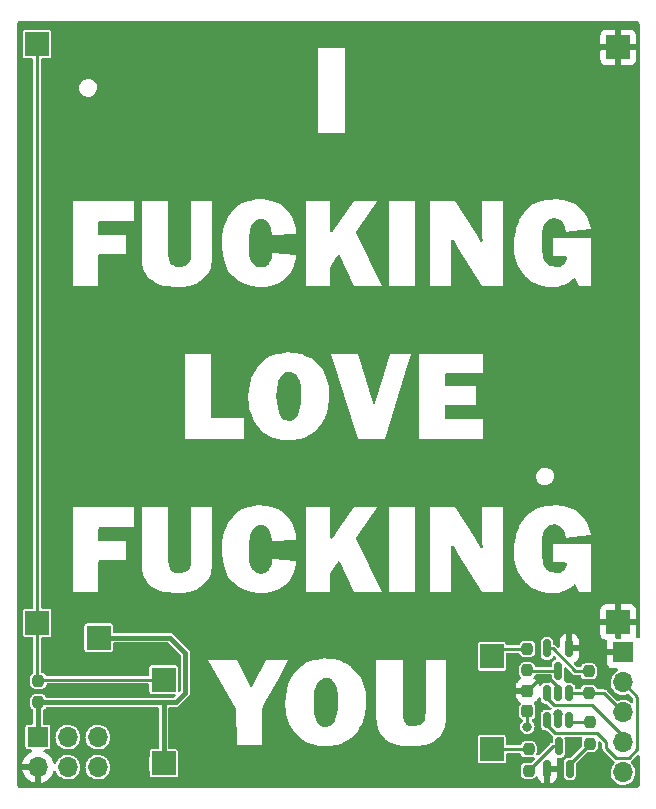
<source format=gbl>
G04 #@! TF.GenerationSoftware,KiCad,Pcbnew,(6.0.2)*
G04 #@! TF.CreationDate,2022-06-03T10:10:03-07:00*
G04 #@! TF.ProjectId,iflfu-top,69666c66-752d-4746-9f70-2e6b69636164,rev?*
G04 #@! TF.SameCoordinates,Original*
G04 #@! TF.FileFunction,Copper,L2,Bot*
G04 #@! TF.FilePolarity,Positive*
%FSLAX46Y46*%
G04 Gerber Fmt 4.6, Leading zero omitted, Abs format (unit mm)*
G04 Created by KiCad (PCBNEW (6.0.2)) date 2022-06-03 10:10:03*
%MOMM*%
%LPD*%
G01*
G04 APERTURE LIST*
G04 Aperture macros list*
%AMRoundRect*
0 Rectangle with rounded corners*
0 $1 Rounding radius*
0 $2 $3 $4 $5 $6 $7 $8 $9 X,Y pos of 4 corners*
0 Add a 4 corners polygon primitive as box body*
4,1,4,$2,$3,$4,$5,$6,$7,$8,$9,$2,$3,0*
0 Add four circle primitives for the rounded corners*
1,1,$1+$1,$2,$3*
1,1,$1+$1,$4,$5*
1,1,$1+$1,$6,$7*
1,1,$1+$1,$8,$9*
0 Add four rect primitives between the rounded corners*
20,1,$1+$1,$2,$3,$4,$5,0*
20,1,$1+$1,$4,$5,$6,$7,0*
20,1,$1+$1,$6,$7,$8,$9,0*
20,1,$1+$1,$8,$9,$2,$3,0*%
G04 Aperture macros list end*
G04 #@! TA.AperFunction,SMDPad,CuDef*
%ADD10RoundRect,0.444500X0.444500X0.555500X-0.444500X0.555500X-0.444500X-0.555500X0.444500X-0.555500X0*%
G04 #@! TD*
G04 #@! TA.AperFunction,SMDPad,CuDef*
%ADD11RoundRect,0.444500X0.555500X-0.444500X0.555500X0.444500X-0.555500X0.444500X-0.555500X-0.444500X0*%
G04 #@! TD*
G04 #@! TA.AperFunction,SMDPad,CuDef*
%ADD12RoundRect,0.150000X-0.150000X0.587500X-0.150000X-0.587500X0.150000X-0.587500X0.150000X0.587500X0*%
G04 #@! TD*
G04 #@! TA.AperFunction,SMDPad,CuDef*
%ADD13RoundRect,0.237500X0.237500X-0.250000X0.237500X0.250000X-0.237500X0.250000X-0.237500X-0.250000X0*%
G04 #@! TD*
G04 #@! TA.AperFunction,SMDPad,CuDef*
%ADD14R,2.000000X2.000000*%
G04 #@! TD*
G04 #@! TA.AperFunction,SMDPad,CuDef*
%ADD15RoundRect,0.237500X0.237500X-0.300000X0.237500X0.300000X-0.237500X0.300000X-0.237500X-0.300000X0*%
G04 #@! TD*
G04 #@! TA.AperFunction,SMDPad,CuDef*
%ADD16RoundRect,0.150000X0.150000X-0.587500X0.150000X0.587500X-0.150000X0.587500X-0.150000X-0.587500X0*%
G04 #@! TD*
G04 #@! TA.AperFunction,ComponentPad*
%ADD17R,1.700000X1.700000*%
G04 #@! TD*
G04 #@! TA.AperFunction,ComponentPad*
%ADD18O,1.700000X1.700000*%
G04 #@! TD*
G04 #@! TA.AperFunction,SMDPad,CuDef*
%ADD19RoundRect,0.150000X-0.150000X0.512500X-0.150000X-0.512500X0.150000X-0.512500X0.150000X0.512500X0*%
G04 #@! TD*
G04 #@! TA.AperFunction,ViaPad*
%ADD20C,0.800000*%
G04 #@! TD*
G04 #@! TA.AperFunction,Conductor*
%ADD21C,0.250000*%
G04 #@! TD*
G04 #@! TA.AperFunction,Conductor*
%ADD22C,0.381000*%
G04 #@! TD*
G04 APERTURE END LIST*
D10*
X152500000Y-67184717D03*
D11*
X158000000Y-77834717D03*
X196500000Y-65834717D03*
X185800000Y-68769717D03*
X196500000Y-17204717D03*
D12*
X192350000Y-68097217D03*
X190450000Y-68097217D03*
X191400000Y-69972217D03*
D13*
X194100000Y-76147217D03*
X194100000Y-74322217D03*
D14*
X158012500Y-77822217D03*
X196500000Y-17204717D03*
X147300000Y-65934717D03*
X147300000Y-16934717D03*
D13*
X147400000Y-72647217D03*
X147400000Y-70822217D03*
X194000000Y-71847217D03*
X194000000Y-70022217D03*
X188900000Y-78447217D03*
X188900000Y-76622217D03*
D15*
X188800000Y-73397217D03*
X188800000Y-71672217D03*
D16*
X190500000Y-78272217D03*
X192400000Y-78272217D03*
X191450000Y-76397217D03*
D17*
X196900000Y-68434717D03*
D18*
X196900000Y-70974717D03*
X196900000Y-73514717D03*
X196900000Y-76054717D03*
X196900000Y-78594717D03*
D14*
X196500000Y-65834717D03*
X185800000Y-76634717D03*
D17*
X147360000Y-75594717D03*
D18*
X147360000Y-78134717D03*
X149900000Y-75594717D03*
X149900000Y-78134717D03*
X152440000Y-75594717D03*
X152440000Y-78134717D03*
D14*
X158000000Y-70734717D03*
D13*
X188800000Y-69947217D03*
X188800000Y-68122217D03*
D14*
X152500000Y-67184717D03*
X185800000Y-68769717D03*
D19*
X190450000Y-71897217D03*
X191400000Y-71897217D03*
X192350000Y-71897217D03*
X192350000Y-74172217D03*
X191400000Y-74172217D03*
X190450000Y-74172217D03*
D20*
X191400000Y-73659717D03*
X152500000Y-67184717D03*
X158012500Y-77822217D03*
X188800000Y-74734717D03*
D21*
X191400000Y-71934717D02*
X191400000Y-71897217D01*
X188800000Y-71672217D02*
X189715948Y-70756269D01*
X189715948Y-70756269D02*
X190775480Y-70756269D01*
X190775480Y-70756269D02*
X191400000Y-71380789D01*
X191400000Y-71380789D02*
X191400000Y-71897217D01*
X188800000Y-73397217D02*
X188800000Y-74734717D01*
D22*
X158012500Y-77822217D02*
X158012500Y-72647217D01*
X159037500Y-72647217D02*
X159850000Y-71834717D01*
X159850000Y-68484717D02*
X158550000Y-67184717D01*
X159850000Y-71834717D02*
X159850000Y-68484717D01*
D21*
X147400000Y-72647217D02*
X147360000Y-72687217D01*
D22*
X147360000Y-72687217D02*
X147360000Y-75594717D01*
X158012500Y-72647217D02*
X159037500Y-72647217D01*
D21*
X158000000Y-77834717D02*
X158012500Y-77822217D01*
D22*
X158550000Y-67184717D02*
X152500000Y-67184717D01*
X147400000Y-72647217D02*
X158012500Y-72647217D01*
D21*
X185812500Y-68122217D02*
X185800000Y-68134717D01*
X188900000Y-68134717D02*
X185912500Y-68134717D01*
X192350000Y-71897217D02*
X195282500Y-71897217D01*
X195282500Y-71897217D02*
X196900000Y-73514717D01*
X185812500Y-76622217D02*
X185800000Y-76634717D01*
X188900000Y-76622217D02*
X185812500Y-76622217D01*
X188825000Y-69972217D02*
X188800000Y-69947217D01*
X191400000Y-69972217D02*
X188825000Y-69972217D01*
X192400000Y-78272217D02*
X192400000Y-77847217D01*
X192400000Y-77847217D02*
X194100000Y-76147217D01*
X190950000Y-76397217D02*
X191450000Y-76397217D01*
X188975000Y-78372217D02*
X188900000Y-78447217D01*
X188975000Y-78372217D02*
X190950000Y-76397217D01*
X190450000Y-68097217D02*
X190941428Y-68097217D01*
X190941428Y-68097217D02*
X192866428Y-70022217D01*
X194000000Y-70022217D02*
X194000000Y-69747217D01*
X192866428Y-70022217D02*
X194000000Y-70022217D01*
X194100000Y-74322217D02*
X192500000Y-74322217D01*
X192500000Y-74322217D02*
X192350000Y-74172217D01*
X147400000Y-70822217D02*
X147300000Y-70722217D01*
X147487500Y-70734717D02*
X158000000Y-70734717D01*
X147300000Y-65934717D02*
X147300000Y-16934717D01*
X147300000Y-70722217D02*
X147300000Y-65934717D01*
X147400000Y-70822217D02*
X147487500Y-70734717D01*
X190450000Y-71897217D02*
X190450000Y-72280789D01*
X191053448Y-72884237D02*
X194249520Y-72884237D01*
X190450000Y-72280789D02*
X191053448Y-72884237D01*
X194249520Y-72884237D02*
X196900000Y-75534717D01*
X196900000Y-75534717D02*
X196900000Y-76054717D01*
X196300000Y-77334717D02*
X197400000Y-77334717D01*
X194700000Y-75234717D02*
X195469816Y-76004533D01*
X195469816Y-76504533D02*
X196300000Y-77334717D01*
X191128928Y-75234717D02*
X194700000Y-75234717D01*
X195469816Y-76004533D02*
X195469816Y-76504533D01*
X197400000Y-77334717D02*
X198100000Y-76634717D01*
X198100000Y-72174717D02*
X196900000Y-70974717D01*
X198100000Y-76634717D02*
X198100000Y-76515727D01*
X190450000Y-74555789D02*
X191128928Y-75234717D01*
X190450000Y-74172217D02*
X190450000Y-74555789D01*
X198100000Y-76515727D02*
X198100000Y-72174717D01*
G04 #@! TA.AperFunction,NonConductor*
G36*
X171858001Y-70594526D02*
G01*
X171877210Y-70597320D01*
X171928875Y-70604833D01*
X171948945Y-70609453D01*
X171977193Y-70618442D01*
X171988618Y-70622697D01*
X172227696Y-70725158D01*
X172267158Y-70751875D01*
X172432841Y-70917558D01*
X172459558Y-70957019D01*
X172599394Y-71283303D01*
X172600570Y-71286142D01*
X172672747Y-71466585D01*
X172678367Y-71484339D01*
X172708351Y-71610940D01*
X172710836Y-71624910D01*
X172749339Y-71945395D01*
X172753163Y-71977226D01*
X172754063Y-71992255D01*
X172754063Y-72497669D01*
X172754061Y-72498415D01*
X172751184Y-72984717D01*
X172750043Y-73177485D01*
X172749131Y-73191892D01*
X172701005Y-73589172D01*
X172697903Y-73605575D01*
X172550139Y-74176774D01*
X172536074Y-74231143D01*
X172517576Y-74271466D01*
X172365478Y-74490445D01*
X172329127Y-74525191D01*
X172130341Y-74650353D01*
X172110001Y-74660716D01*
X172058783Y-74681203D01*
X172038930Y-74687301D01*
X171825020Y-74734124D01*
X171792815Y-74736928D01*
X171717054Y-74733760D01*
X171556836Y-74727062D01*
X171522258Y-74720706D01*
X171323148Y-74654336D01*
X171280022Y-74629628D01*
X171152348Y-74517913D01*
X171129534Y-74491538D01*
X171030129Y-74337912D01*
X171029099Y-74336320D01*
X170911502Y-74176724D01*
X170908161Y-74171959D01*
X170898979Y-74158185D01*
X170882331Y-74121710D01*
X170781082Y-73753531D01*
X170777983Y-73738927D01*
X170757854Y-73605575D01*
X170732950Y-73440583D01*
X170731860Y-73430763D01*
X170700320Y-72989197D01*
X170700000Y-72980220D01*
X170700000Y-72184933D01*
X170701155Y-72167909D01*
X170730995Y-71949085D01*
X170731554Y-71945395D01*
X170743195Y-71875549D01*
X170766481Y-71735829D01*
X170767553Y-71730200D01*
X170808214Y-71540450D01*
X170810262Y-71532248D01*
X170829023Y-71466585D01*
X170866156Y-71336619D01*
X170867769Y-71331409D01*
X170868508Y-71329193D01*
X170873129Y-71317364D01*
X170887179Y-71286142D01*
X170956732Y-71131581D01*
X170961932Y-71121307D01*
X171056150Y-70954615D01*
X171067450Y-70937905D01*
X171137780Y-70849992D01*
X171166278Y-70823865D01*
X171293469Y-70739071D01*
X171307012Y-70731211D01*
X171480696Y-70644369D01*
X171521417Y-70632040D01*
X171824240Y-70594187D01*
X171858001Y-70594526D01*
G37*
G04 #@! TD.AperFunction*
G04 #@! TA.AperFunction,NonConductor*
G36*
X168739942Y-44683851D02*
G01*
X168804430Y-44693230D01*
X168824499Y-44697849D01*
X169017743Y-44759335D01*
X169049430Y-44774565D01*
X169160304Y-44848481D01*
X169179507Y-44864224D01*
X169268352Y-44953069D01*
X169277646Y-44963452D01*
X169319909Y-45016280D01*
X169365164Y-45072849D01*
X169381057Y-45098499D01*
X169499278Y-45353129D01*
X169507602Y-45377147D01*
X169512774Y-45398984D01*
X169513718Y-45403309D01*
X169550000Y-45584717D01*
X169552255Y-45594467D01*
X169605820Y-45826098D01*
X169607794Y-45836668D01*
X169633701Y-46018016D01*
X169634891Y-46031487D01*
X169644658Y-46314717D01*
X169644667Y-46314945D01*
X169653898Y-46554963D01*
X169653989Y-46560551D01*
X169653671Y-46614282D01*
X169653636Y-46616608D01*
X169644701Y-46982952D01*
X169644564Y-46986502D01*
X169624850Y-47361071D01*
X169624253Y-47368363D01*
X169592114Y-47657614D01*
X169588399Y-47677022D01*
X169414222Y-48312176D01*
X169396374Y-48350473D01*
X169236905Y-48581298D01*
X169200376Y-48616302D01*
X168983311Y-48752972D01*
X168943124Y-48769431D01*
X168912078Y-48776226D01*
X168809590Y-48798659D01*
X168795789Y-48800886D01*
X168678710Y-48813163D01*
X168626347Y-48818653D01*
X168583448Y-48815774D01*
X168268627Y-48739245D01*
X168233564Y-48724855D01*
X168038458Y-48607792D01*
X167997498Y-48568197D01*
X167952595Y-48498801D01*
X167948237Y-48491543D01*
X167848588Y-48312176D01*
X167758064Y-48149232D01*
X167745971Y-48118603D01*
X167651577Y-47741026D01*
X167649081Y-47728286D01*
X167570307Y-47176868D01*
X167569139Y-47163994D01*
X167554810Y-46798590D01*
X167554744Y-46790854D01*
X167561198Y-46500428D01*
X167562140Y-46487599D01*
X167599680Y-46187277D01*
X167600421Y-46182191D01*
X167698375Y-45594467D01*
X167703127Y-45575336D01*
X167788961Y-45317833D01*
X167793593Y-45305972D01*
X167832288Y-45219983D01*
X167837491Y-45209704D01*
X167946818Y-45016280D01*
X167958119Y-44999569D01*
X167987012Y-44963452D01*
X167996307Y-44953068D01*
X168085151Y-44864224D01*
X168104354Y-44848481D01*
X168193469Y-44789071D01*
X168207012Y-44781211D01*
X168345937Y-44711749D01*
X168352049Y-44708895D01*
X168364916Y-44703301D01*
X168406132Y-44693176D01*
X168506041Y-44686004D01*
X168536040Y-44683851D01*
X168563743Y-44684921D01*
X168594689Y-44689561D01*
X168594658Y-44694717D01*
X168608993Y-44691706D01*
X168608994Y-44691706D01*
X168647761Y-44683562D01*
X168662765Y-44680410D01*
X168706799Y-44679031D01*
X168739942Y-44683851D01*
G37*
G04 #@! TD.AperFunction*
G04 #@! TA.AperFunction,Conductor*
G36*
X198010146Y-14936825D02*
G01*
X198010239Y-14936840D01*
X198014756Y-14937653D01*
X198085923Y-14951808D01*
X198118543Y-14963119D01*
X198131270Y-14969604D01*
X198144062Y-14977102D01*
X198183972Y-15003769D01*
X198203065Y-15019439D01*
X198215278Y-15031652D01*
X198230948Y-15050745D01*
X198257615Y-15090655D01*
X198265113Y-15103447D01*
X198271598Y-15116174D01*
X198282909Y-15148794D01*
X198297064Y-15219961D01*
X198297877Y-15224478D01*
X198297892Y-15224571D01*
X198299500Y-15244634D01*
X198299500Y-67109768D01*
X198279498Y-67177889D01*
X198225842Y-67224382D01*
X198155568Y-67234486D01*
X198097936Y-67210595D01*
X198020273Y-67152391D01*
X197977757Y-67095532D01*
X197972731Y-67024714D01*
X197977855Y-67007334D01*
X197998478Y-66952322D01*
X198002105Y-66937068D01*
X198007631Y-66886203D01*
X198008000Y-66879389D01*
X198008000Y-66106832D01*
X198003525Y-66091593D01*
X198002135Y-66090388D01*
X197994452Y-66088717D01*
X196772115Y-66088717D01*
X196756876Y-66093192D01*
X196755671Y-66094582D01*
X196754000Y-66102265D01*
X196754000Y-67145717D01*
X196733998Y-67213838D01*
X196680342Y-67260331D01*
X196628000Y-67271717D01*
X196372000Y-67271717D01*
X196303879Y-67251715D01*
X196257386Y-67198059D01*
X196246000Y-67145717D01*
X196246000Y-66106832D01*
X196241525Y-66091593D01*
X196240135Y-66090388D01*
X196232452Y-66088717D01*
X195010116Y-66088717D01*
X194994877Y-66093192D01*
X194993672Y-66094582D01*
X194992001Y-66102265D01*
X194992001Y-66879386D01*
X194992371Y-66886207D01*
X194997895Y-66937069D01*
X195001521Y-66952321D01*
X195046676Y-67072771D01*
X195055214Y-67088366D01*
X195131715Y-67190441D01*
X195144276Y-67203002D01*
X195246351Y-67279503D01*
X195261946Y-67288041D01*
X195382394Y-67333195D01*
X195397648Y-67336822D01*
X195436507Y-67341044D01*
X195502069Y-67368287D01*
X195542494Y-67426650D01*
X195548161Y-67479915D01*
X195542369Y-67533231D01*
X195542000Y-67540045D01*
X195542000Y-68162602D01*
X195546475Y-68177841D01*
X195547865Y-68179046D01*
X195555548Y-68180717D01*
X197028000Y-68180717D01*
X197096121Y-68200719D01*
X197142614Y-68254375D01*
X197154000Y-68306717D01*
X197154000Y-68562717D01*
X197133998Y-68630838D01*
X197080342Y-68677331D01*
X197028000Y-68688717D01*
X195560116Y-68688717D01*
X195544877Y-68693192D01*
X195543672Y-68694582D01*
X195542001Y-68702265D01*
X195542001Y-69329386D01*
X195542371Y-69336207D01*
X195547895Y-69387069D01*
X195551521Y-69402321D01*
X195596676Y-69522771D01*
X195605214Y-69538366D01*
X195681715Y-69640441D01*
X195694276Y-69653002D01*
X195796351Y-69729503D01*
X195811946Y-69738041D01*
X195932394Y-69783195D01*
X195947649Y-69786822D01*
X195998514Y-69792348D01*
X196005328Y-69792717D01*
X196380432Y-69792717D01*
X196448553Y-69812719D01*
X196495046Y-69866375D01*
X196505150Y-69936649D01*
X196475656Y-70001229D01*
X196438812Y-70030376D01*
X196322002Y-70091443D01*
X196317201Y-70095303D01*
X196317198Y-70095305D01*
X196181638Y-70204298D01*
X196161447Y-70220532D01*
X196029024Y-70378347D01*
X196026056Y-70383745D01*
X196026053Y-70383750D01*
X195949585Y-70522847D01*
X195929776Y-70558879D01*
X195867484Y-70755249D01*
X195866798Y-70761366D01*
X195866797Y-70761370D01*
X195849876Y-70912225D01*
X195844520Y-70959979D01*
X195845036Y-70966123D01*
X195861068Y-71157036D01*
X195861759Y-71165270D01*
X195863458Y-71171195D01*
X195914672Y-71349798D01*
X195918544Y-71363303D01*
X195921359Y-71368780D01*
X195921360Y-71368783D01*
X196007462Y-71536320D01*
X196012712Y-71546535D01*
X196140677Y-71707987D01*
X196145370Y-71711981D01*
X196145371Y-71711982D01*
X196248252Y-71799540D01*
X196297564Y-71841508D01*
X196302942Y-71844514D01*
X196302944Y-71844515D01*
X196346676Y-71868956D01*
X196477398Y-71942014D01*
X196550890Y-71965893D01*
X196667471Y-72003773D01*
X196667475Y-72003774D01*
X196673329Y-72005676D01*
X196877894Y-72030068D01*
X196884029Y-72029596D01*
X196884031Y-72029596D01*
X196943772Y-72024999D01*
X197083300Y-72014263D01*
X197089230Y-72012607D01*
X197089232Y-72012607D01*
X197221529Y-71975669D01*
X197281725Y-71958862D01*
X197294717Y-71952299D01*
X197364540Y-71939437D01*
X197430231Y-71966366D01*
X197440624Y-71975668D01*
X197737596Y-72272640D01*
X197771621Y-72334952D01*
X197774500Y-72361735D01*
X197774500Y-72606967D01*
X197754498Y-72675088D01*
X197700842Y-72721581D01*
X197630568Y-72731685D01*
X197568187Y-72704053D01*
X197490275Y-72639599D01*
X197309055Y-72541614D01*
X197112254Y-72480694D01*
X197106129Y-72480050D01*
X197106128Y-72480050D01*
X196913498Y-72459804D01*
X196913496Y-72459804D01*
X196907369Y-72459160D01*
X196820529Y-72467063D01*
X196708342Y-72477272D01*
X196708339Y-72477273D01*
X196702203Y-72477831D01*
X196504572Y-72535997D01*
X196499112Y-72538851D01*
X196494779Y-72540602D01*
X196424126Y-72547575D01*
X196358483Y-72512873D01*
X195526605Y-71680996D01*
X195519178Y-71672891D01*
X195502041Y-71652468D01*
X195502042Y-71652468D01*
X195494955Y-71644023D01*
X195481157Y-71636057D01*
X195462315Y-71625178D01*
X195453044Y-71619272D01*
X195444247Y-71613112D01*
X195422184Y-71597663D01*
X195411534Y-71594809D01*
X195408366Y-71593332D01*
X195405090Y-71592140D01*
X195395545Y-71586629D01*
X195361801Y-71580679D01*
X195358442Y-71580087D01*
X195347715Y-71577709D01*
X195311307Y-71567953D01*
X195300322Y-71568914D01*
X195300320Y-71568914D01*
X195273772Y-71571237D01*
X195262790Y-71571717D01*
X194782089Y-71571717D01*
X194713968Y-71551715D01*
X194667475Y-71498059D01*
X194663207Y-71487466D01*
X194632083Y-71398839D01*
X194628961Y-71389949D01*
X194599306Y-71349798D01*
X194556303Y-71291577D01*
X194550711Y-71284006D01*
X194532555Y-71270596D01*
X194452345Y-71211352D01*
X194452343Y-71211351D01*
X194444768Y-71205756D01*
X194435881Y-71202635D01*
X194435879Y-71202634D01*
X194327748Y-71164661D01*
X194327746Y-71164660D01*
X194320500Y-71162116D01*
X194312856Y-71161393D01*
X194312854Y-71161393D01*
X194304879Y-71160639D01*
X194289833Y-71159217D01*
X194000147Y-71159217D01*
X193710168Y-71159218D01*
X193707218Y-71159497D01*
X193707213Y-71159497D01*
X193687150Y-71161393D01*
X193687149Y-71161393D01*
X193679500Y-71162116D01*
X193672252Y-71164661D01*
X193672249Y-71164662D01*
X193564121Y-71202634D01*
X193564119Y-71202635D01*
X193555232Y-71205756D01*
X193547657Y-71211351D01*
X193547655Y-71211352D01*
X193467445Y-71270596D01*
X193449289Y-71284006D01*
X193443697Y-71291577D01*
X193400695Y-71349798D01*
X193371039Y-71389949D01*
X193367917Y-71398839D01*
X193336793Y-71487466D01*
X193295350Y-71545111D01*
X193229320Y-71571199D01*
X193217911Y-71571717D01*
X192976500Y-71571717D01*
X192908379Y-71551715D01*
X192861886Y-71498059D01*
X192850500Y-71445717D01*
X192850500Y-71351499D01*
X192849242Y-71342949D01*
X192841784Y-71292291D01*
X192841784Y-71292290D01*
X192840358Y-71282605D01*
X192802627Y-71205756D01*
X192793522Y-71187210D01*
X192793521Y-71187208D01*
X192788932Y-71177862D01*
X192706350Y-71095424D01*
X192601518Y-71044181D01*
X192571027Y-71039733D01*
X192537744Y-71034877D01*
X192537740Y-71034877D01*
X192533218Y-71034217D01*
X192177961Y-71034217D01*
X192109840Y-71014215D01*
X192078404Y-70985446D01*
X192068449Y-70972613D01*
X191962104Y-70866268D01*
X191949672Y-70856624D01*
X191929873Y-70844915D01*
X191881420Y-70793023D01*
X191868715Y-70723172D01*
X191880811Y-70681131D01*
X191886240Y-70670024D01*
X191886240Y-70670023D01*
X191890536Y-70661235D01*
X191897295Y-70614905D01*
X191899840Y-70597461D01*
X191899840Y-70597457D01*
X191900500Y-70592935D01*
X191900500Y-69820805D01*
X191920502Y-69752684D01*
X191974158Y-69706191D01*
X192044432Y-69696087D01*
X192109012Y-69725581D01*
X192115595Y-69731710D01*
X192622317Y-70238432D01*
X192629744Y-70246536D01*
X192632272Y-70249549D01*
X192653973Y-70275411D01*
X192663522Y-70280924D01*
X192686613Y-70294256D01*
X192695884Y-70300162D01*
X192726744Y-70321771D01*
X192737395Y-70324625D01*
X192740568Y-70326105D01*
X192743840Y-70327296D01*
X192753383Y-70332805D01*
X192790504Y-70339351D01*
X192801211Y-70341725D01*
X192837621Y-70351480D01*
X192848596Y-70350520D01*
X192848598Y-70350520D01*
X192875159Y-70348196D01*
X192886140Y-70347717D01*
X193235470Y-70347717D01*
X193303591Y-70367719D01*
X193350084Y-70421375D01*
X193354352Y-70431968D01*
X193371039Y-70479485D01*
X193376634Y-70487060D01*
X193376635Y-70487062D01*
X193429680Y-70558879D01*
X193449289Y-70585428D01*
X193456860Y-70591020D01*
X193547655Y-70658082D01*
X193547657Y-70658083D01*
X193555232Y-70663678D01*
X193564119Y-70666799D01*
X193564121Y-70666800D01*
X193672252Y-70704773D01*
X193672254Y-70704774D01*
X193679500Y-70707318D01*
X193687144Y-70708041D01*
X193687146Y-70708041D01*
X193695121Y-70708795D01*
X193710167Y-70710217D01*
X193999853Y-70710217D01*
X194289832Y-70710216D01*
X194292782Y-70709937D01*
X194292787Y-70709937D01*
X194312850Y-70708041D01*
X194312851Y-70708041D01*
X194320500Y-70707318D01*
X194327748Y-70704773D01*
X194327751Y-70704772D01*
X194435879Y-70666800D01*
X194435881Y-70666799D01*
X194444768Y-70663678D01*
X194452343Y-70658083D01*
X194452345Y-70658082D01*
X194543140Y-70591020D01*
X194550711Y-70585428D01*
X194570320Y-70558879D01*
X194623365Y-70487062D01*
X194623366Y-70487060D01*
X194628961Y-70479485D01*
X194648546Y-70423717D01*
X194670056Y-70362465D01*
X194670057Y-70362463D01*
X194672601Y-70355217D01*
X194675500Y-70324550D01*
X194675499Y-69719885D01*
X194675035Y-69714969D01*
X194673324Y-69696867D01*
X194673324Y-69696866D01*
X194672601Y-69689217D01*
X194668211Y-69676715D01*
X194632083Y-69573838D01*
X194632082Y-69573836D01*
X194628961Y-69564949D01*
X194614855Y-69545850D01*
X194556303Y-69466577D01*
X194550711Y-69459006D01*
X194543140Y-69453414D01*
X194452345Y-69386352D01*
X194452343Y-69386351D01*
X194444768Y-69380756D01*
X194435881Y-69377635D01*
X194435879Y-69377634D01*
X194327748Y-69339661D01*
X194327746Y-69339660D01*
X194320500Y-69337116D01*
X194312856Y-69336393D01*
X194312854Y-69336393D01*
X194304879Y-69335639D01*
X194289833Y-69334217D01*
X194000147Y-69334217D01*
X193710168Y-69334218D01*
X193707218Y-69334497D01*
X193707213Y-69334497D01*
X193687150Y-69336393D01*
X193687149Y-69336393D01*
X193679500Y-69337116D01*
X193672252Y-69339661D01*
X193672249Y-69339662D01*
X193564121Y-69377634D01*
X193564119Y-69377635D01*
X193555232Y-69380756D01*
X193547657Y-69386351D01*
X193547655Y-69386352D01*
X193456860Y-69453414D01*
X193449289Y-69459006D01*
X193443697Y-69466577D01*
X193385146Y-69545850D01*
X193371039Y-69564949D01*
X193367917Y-69573839D01*
X193354352Y-69612466D01*
X193312909Y-69670111D01*
X193246879Y-69696199D01*
X193235470Y-69696717D01*
X193053444Y-69696717D01*
X192985323Y-69676715D01*
X192964349Y-69659812D01*
X192774287Y-69469750D01*
X192740261Y-69407438D01*
X192745326Y-69336623D01*
X192787873Y-69279787D01*
X192799244Y-69272201D01*
X192899675Y-69212808D01*
X192912104Y-69203166D01*
X193018449Y-69096821D01*
X193028089Y-69084395D01*
X193104648Y-68954938D01*
X193110893Y-68940507D01*
X193153269Y-68794652D01*
X193155570Y-68782050D01*
X193157807Y-68753633D01*
X193158000Y-68748703D01*
X193158000Y-68369332D01*
X193153525Y-68354093D01*
X193152135Y-68352888D01*
X193144452Y-68351217D01*
X192222000Y-68351217D01*
X192153879Y-68331215D01*
X192107386Y-68277559D01*
X192096000Y-68225217D01*
X192096000Y-67825102D01*
X192604000Y-67825102D01*
X192608475Y-67840341D01*
X192609865Y-67841546D01*
X192617548Y-67843217D01*
X193139884Y-67843217D01*
X193155123Y-67838742D01*
X193156328Y-67837352D01*
X193157999Y-67829669D01*
X193157999Y-67445734D01*
X193157805Y-67440797D01*
X193155570Y-67412381D01*
X193153270Y-67399786D01*
X193110893Y-67253927D01*
X193104648Y-67239496D01*
X193028089Y-67110039D01*
X193018449Y-67097613D01*
X192912104Y-66991268D01*
X192899678Y-66981628D01*
X192770221Y-66905069D01*
X192755790Y-66898824D01*
X192621395Y-66859778D01*
X192607294Y-66859818D01*
X192604000Y-66867087D01*
X192604000Y-67825102D01*
X192096000Y-67825102D01*
X192096000Y-66872839D01*
X192092027Y-66859308D01*
X192084129Y-66858173D01*
X191944210Y-66898824D01*
X191929779Y-66905069D01*
X191800322Y-66981628D01*
X191787896Y-66991268D01*
X191681551Y-67097613D01*
X191671911Y-67110039D01*
X191595352Y-67239496D01*
X191589107Y-67253927D01*
X191546731Y-67399782D01*
X191544430Y-67412384D01*
X191542193Y-67440801D01*
X191542000Y-67445731D01*
X191542001Y-67933274D01*
X191521999Y-68001395D01*
X191468344Y-68047888D01*
X191398070Y-68057992D01*
X191333489Y-68028499D01*
X191326906Y-68022369D01*
X191185539Y-67881002D01*
X191178112Y-67872898D01*
X191160969Y-67852468D01*
X191160970Y-67852468D01*
X191153883Y-67844023D01*
X191129021Y-67829669D01*
X191121243Y-67825178D01*
X191111972Y-67819272D01*
X191097612Y-67809217D01*
X191081112Y-67797663D01*
X191070461Y-67794809D01*
X191067298Y-67793334D01*
X191064020Y-67792141D01*
X191054473Y-67786629D01*
X191043617Y-67784715D01*
X191033405Y-67780998D01*
X190976234Y-67738904D01*
X190950896Y-67672582D01*
X190950500Y-67662597D01*
X190950500Y-67476499D01*
X190944703Y-67437116D01*
X190941784Y-67417291D01*
X190941784Y-67417290D01*
X190940358Y-67407605D01*
X190907678Y-67341044D01*
X190893522Y-67312210D01*
X190893521Y-67312208D01*
X190888932Y-67302862D01*
X190806350Y-67220424D01*
X190792877Y-67213838D01*
X190745011Y-67190441D01*
X190701518Y-67169181D01*
X190671027Y-67164733D01*
X190637744Y-67159877D01*
X190637740Y-67159877D01*
X190633218Y-67159217D01*
X190266782Y-67159217D01*
X190262232Y-67159887D01*
X190262229Y-67159887D01*
X190207574Y-67167933D01*
X190207573Y-67167933D01*
X190197888Y-67169359D01*
X190154949Y-67190441D01*
X190102493Y-67216195D01*
X190102491Y-67216196D01*
X190093145Y-67220785D01*
X190010707Y-67303367D01*
X189959464Y-67408199D01*
X189949500Y-67476499D01*
X189949500Y-68717935D01*
X189959642Y-68786829D01*
X190011068Y-68891572D01*
X190018438Y-68898929D01*
X190069859Y-68950260D01*
X190093650Y-68974010D01*
X190198482Y-69025253D01*
X190228973Y-69029701D01*
X190262256Y-69034557D01*
X190262260Y-69034557D01*
X190266782Y-69035217D01*
X190633218Y-69035217D01*
X190637768Y-69034547D01*
X190637771Y-69034547D01*
X190692426Y-69026501D01*
X190692427Y-69026501D01*
X190702112Y-69025075D01*
X190796804Y-68978584D01*
X190797507Y-68978239D01*
X190797509Y-68978238D01*
X190806855Y-68973649D01*
X190889293Y-68891067D01*
X190938411Y-68790582D01*
X190986297Y-68738166D01*
X191054919Y-68719959D01*
X191122491Y-68741743D01*
X191140706Y-68756821D01*
X191215474Y-68831589D01*
X191249500Y-68893901D01*
X191244435Y-68964716D01*
X191201888Y-69021552D01*
X191163769Y-69041009D01*
X191157579Y-69042932D01*
X191147888Y-69044359D01*
X191139096Y-69048676D01*
X191139095Y-69048676D01*
X191052493Y-69091195D01*
X191052491Y-69091196D01*
X191043145Y-69095785D01*
X190960707Y-69178367D01*
X190909464Y-69283199D01*
X190899500Y-69351499D01*
X190899500Y-69520717D01*
X190879498Y-69588838D01*
X190825842Y-69635331D01*
X190773500Y-69646717D01*
X189573309Y-69646717D01*
X189505188Y-69626715D01*
X189458695Y-69573059D01*
X189454433Y-69562483D01*
X189428961Y-69489949D01*
X189411699Y-69466577D01*
X189356303Y-69391577D01*
X189350711Y-69384006D01*
X189300572Y-69346973D01*
X189252345Y-69311352D01*
X189252343Y-69311351D01*
X189244768Y-69305756D01*
X189235881Y-69302635D01*
X189235879Y-69302634D01*
X189127748Y-69264661D01*
X189127746Y-69264660D01*
X189120500Y-69262116D01*
X189112856Y-69261393D01*
X189112854Y-69261393D01*
X189104879Y-69260639D01*
X189089833Y-69259217D01*
X188800147Y-69259217D01*
X188510168Y-69259218D01*
X188507218Y-69259497D01*
X188507213Y-69259497D01*
X188487150Y-69261393D01*
X188487149Y-69261393D01*
X188479500Y-69262116D01*
X188472252Y-69264661D01*
X188472249Y-69264662D01*
X188364121Y-69302634D01*
X188364119Y-69302635D01*
X188355232Y-69305756D01*
X188347657Y-69311351D01*
X188347655Y-69311352D01*
X188299428Y-69346973D01*
X188249289Y-69384006D01*
X188243697Y-69391577D01*
X188188302Y-69466577D01*
X188171039Y-69489949D01*
X188167918Y-69498836D01*
X188167917Y-69498838D01*
X188129944Y-69606969D01*
X188127399Y-69614217D01*
X188126676Y-69621861D01*
X188126676Y-69621863D01*
X188125922Y-69629838D01*
X188124500Y-69644884D01*
X188124501Y-70249549D01*
X188124780Y-70252499D01*
X188124780Y-70252504D01*
X188126110Y-70266577D01*
X188127399Y-70280217D01*
X188129944Y-70287465D01*
X188129945Y-70287468D01*
X188165677Y-70389215D01*
X188171039Y-70404485D01*
X188176633Y-70412059D01*
X188176635Y-70412062D01*
X188210375Y-70457742D01*
X188249289Y-70510428D01*
X188250503Y-70511325D01*
X188282530Y-70569976D01*
X188277465Y-70640791D01*
X188234918Y-70697627D01*
X188225711Y-70703904D01*
X188102508Y-70780144D01*
X188091110Y-70789177D01*
X187978637Y-70901846D01*
X187969625Y-70913257D01*
X187886088Y-71048780D01*
X187879944Y-71061958D01*
X187829685Y-71213483D01*
X187826819Y-71226849D01*
X187817328Y-71319487D01*
X187817000Y-71325902D01*
X187817000Y-71400102D01*
X187821475Y-71415341D01*
X187822865Y-71416546D01*
X187830548Y-71418217D01*
X188928000Y-71418217D01*
X188996121Y-71438219D01*
X189042614Y-71491875D01*
X189054000Y-71544217D01*
X189054000Y-71800217D01*
X189033998Y-71868338D01*
X188980342Y-71914831D01*
X188928000Y-71926217D01*
X187835115Y-71926217D01*
X187819876Y-71930692D01*
X187818671Y-71932082D01*
X187817000Y-71939765D01*
X187817000Y-72018483D01*
X187817337Y-72024999D01*
X187827075Y-72118849D01*
X187829968Y-72132245D01*
X187880488Y-72283670D01*
X187886653Y-72296832D01*
X187970426Y-72432209D01*
X187979460Y-72443607D01*
X188092129Y-72556080D01*
X188103543Y-72565094D01*
X188198153Y-72623412D01*
X188245647Y-72676184D01*
X188257071Y-72746255D01*
X188233390Y-72805530D01*
X188176637Y-72882369D01*
X188176635Y-72882372D01*
X188171039Y-72889949D01*
X188167918Y-72898836D01*
X188167917Y-72898838D01*
X188134458Y-72994115D01*
X188127399Y-73014217D01*
X188124500Y-73044884D01*
X188124501Y-73749549D01*
X188124780Y-73752498D01*
X188124780Y-73752504D01*
X188126110Y-73766577D01*
X188127399Y-73780217D01*
X188129944Y-73787465D01*
X188129945Y-73787468D01*
X188166371Y-73891192D01*
X188171039Y-73904485D01*
X188176634Y-73912060D01*
X188176635Y-73912062D01*
X188211012Y-73958605D01*
X188249289Y-74010428D01*
X188355232Y-74088678D01*
X188361657Y-74090934D01*
X188411517Y-74139528D01*
X188427499Y-74208703D01*
X188403545Y-74275536D01*
X188384056Y-74295514D01*
X188384109Y-74295567D01*
X188379816Y-74299860D01*
X188378420Y-74301291D01*
X188378270Y-74301406D01*
X188378264Y-74301412D01*
X188371718Y-74306435D01*
X188366695Y-74312981D01*
X188349962Y-74334788D01*
X188275464Y-74431876D01*
X188214956Y-74577955D01*
X188194318Y-74734717D01*
X188197058Y-74755527D01*
X188207171Y-74832342D01*
X188214956Y-74891479D01*
X188275464Y-75037558D01*
X188371718Y-75162999D01*
X188497159Y-75259253D01*
X188643238Y-75319761D01*
X188800000Y-75340399D01*
X188808188Y-75339321D01*
X188948574Y-75320839D01*
X188956762Y-75319761D01*
X189102841Y-75259253D01*
X189228282Y-75162999D01*
X189324536Y-75037558D01*
X189385044Y-74891479D01*
X189392830Y-74832342D01*
X189402942Y-74755527D01*
X189405682Y-74734717D01*
X189385044Y-74577955D01*
X189324536Y-74431876D01*
X189250038Y-74334788D01*
X189233305Y-74312981D01*
X189228282Y-74306435D01*
X189221736Y-74301412D01*
X189221730Y-74301406D01*
X189221580Y-74301291D01*
X189221485Y-74301161D01*
X189215891Y-74295567D01*
X189216763Y-74294695D01*
X189179713Y-74243953D01*
X189175492Y-74173082D01*
X189210257Y-74111179D01*
X189237705Y-74091158D01*
X189244768Y-74088678D01*
X189350711Y-74010428D01*
X189388988Y-73958605D01*
X189423365Y-73912062D01*
X189423366Y-73912060D01*
X189428961Y-73904485D01*
X189433630Y-73891192D01*
X189470056Y-73787465D01*
X189470057Y-73787463D01*
X189472601Y-73780217D01*
X189475500Y-73749550D01*
X189475499Y-73044885D01*
X189472601Y-73014217D01*
X189465542Y-72994115D01*
X189432083Y-72898838D01*
X189432082Y-72898836D01*
X189428961Y-72889949D01*
X189423363Y-72882369D01*
X189366643Y-72805576D01*
X189342261Y-72738897D01*
X189357798Y-72669622D01*
X189401693Y-72623572D01*
X189497492Y-72564290D01*
X189508890Y-72555257D01*
X189621363Y-72442588D01*
X189630375Y-72431177D01*
X189716240Y-72291877D01*
X189769012Y-72244384D01*
X189839083Y-72232960D01*
X189904207Y-72261234D01*
X189943707Y-72320228D01*
X189949500Y-72357993D01*
X189949500Y-72442935D01*
X189950170Y-72447485D01*
X189950170Y-72447488D01*
X189955327Y-72482516D01*
X189959642Y-72511829D01*
X189971125Y-72535217D01*
X190006035Y-72606320D01*
X190011068Y-72616572D01*
X190093650Y-72699010D01*
X190103006Y-72703583D01*
X190103007Y-72703584D01*
X190116526Y-72710192D01*
X190198482Y-72750253D01*
X190228973Y-72754701D01*
X190262256Y-72759557D01*
X190262260Y-72759557D01*
X190266782Y-72760217D01*
X190416911Y-72760217D01*
X190485032Y-72780219D01*
X190506006Y-72797122D01*
X190809349Y-73100465D01*
X190816774Y-73108568D01*
X190822563Y-73115467D01*
X190851028Y-73180508D01*
X190839811Y-73250613D01*
X190792473Y-73303524D01*
X190724043Y-73322443D01*
X190701564Y-73318866D01*
X190701518Y-73319181D01*
X190637744Y-73309877D01*
X190637740Y-73309877D01*
X190633218Y-73309217D01*
X190266782Y-73309217D01*
X190262232Y-73309887D01*
X190262229Y-73309887D01*
X190207574Y-73317933D01*
X190207573Y-73317933D01*
X190197888Y-73319359D01*
X190150181Y-73342782D01*
X190102493Y-73366195D01*
X190102491Y-73366196D01*
X190093145Y-73370785D01*
X190010707Y-73453367D01*
X190006134Y-73462723D01*
X190006133Y-73462724D01*
X189990917Y-73493854D01*
X189959464Y-73558199D01*
X189949500Y-73626499D01*
X189949500Y-74717935D01*
X189950170Y-74722485D01*
X189950170Y-74722488D01*
X189953176Y-74742905D01*
X189959642Y-74786829D01*
X190011068Y-74891572D01*
X190093650Y-74974010D01*
X190103006Y-74978583D01*
X190103007Y-74978584D01*
X190133768Y-74993620D01*
X190198482Y-75025253D01*
X190228973Y-75029701D01*
X190262256Y-75034557D01*
X190262260Y-75034557D01*
X190266782Y-75035217D01*
X190416911Y-75035217D01*
X190485032Y-75055219D01*
X190506007Y-75072122D01*
X190695465Y-75261581D01*
X190884829Y-75450945D01*
X190892255Y-75459048D01*
X190916473Y-75487911D01*
X190926016Y-75493421D01*
X190926020Y-75493424D01*
X190932138Y-75496956D01*
X190981130Y-75548340D01*
X190994565Y-75618053D01*
X190982336Y-75661406D01*
X190963761Y-75699408D01*
X190959464Y-75708199D01*
X190949500Y-75776499D01*
X190949500Y-75961058D01*
X190929498Y-76029179D01*
X190875842Y-76075672D01*
X190853983Y-76082468D01*
X190847808Y-76084715D01*
X190836955Y-76086629D01*
X190827411Y-76092139D01*
X190824134Y-76093332D01*
X190820966Y-76094809D01*
X190810316Y-76097663D01*
X190801285Y-76103987D01*
X190779456Y-76119272D01*
X190770185Y-76125178D01*
X190747094Y-76138510D01*
X190737545Y-76144023D01*
X190718655Y-76166535D01*
X190713315Y-76172899D01*
X190705889Y-76181002D01*
X189769617Y-77117274D01*
X189707305Y-77151300D01*
X189636490Y-77146235D01*
X189579654Y-77103688D01*
X189554843Y-77037168D01*
X189561639Y-76986431D01*
X189562229Y-76984753D01*
X189572601Y-76955217D01*
X189575500Y-76924550D01*
X189575499Y-76319885D01*
X189572601Y-76289217D01*
X189570055Y-76281966D01*
X189532083Y-76173838D01*
X189532082Y-76173836D01*
X189528961Y-76164949D01*
X189519743Y-76152468D01*
X189456303Y-76066577D01*
X189450711Y-76059006D01*
X189396195Y-76018740D01*
X189352345Y-75986352D01*
X189352343Y-75986351D01*
X189344768Y-75980756D01*
X189335881Y-75977635D01*
X189335879Y-75977634D01*
X189227748Y-75939661D01*
X189227746Y-75939660D01*
X189220500Y-75937116D01*
X189212856Y-75936393D01*
X189212854Y-75936393D01*
X189204879Y-75935639D01*
X189189833Y-75934217D01*
X188900147Y-75934217D01*
X188610168Y-75934218D01*
X188607218Y-75934497D01*
X188607213Y-75934497D01*
X188587150Y-75936393D01*
X188587149Y-75936393D01*
X188579500Y-75937116D01*
X188572252Y-75939661D01*
X188572249Y-75939662D01*
X188464121Y-75977634D01*
X188464119Y-75977635D01*
X188455232Y-75980756D01*
X188447657Y-75986351D01*
X188447655Y-75986352D01*
X188403805Y-76018740D01*
X188349289Y-76059006D01*
X188343697Y-76066577D01*
X188280258Y-76152468D01*
X188271039Y-76164949D01*
X188267917Y-76173839D01*
X188254352Y-76212466D01*
X188212909Y-76270111D01*
X188146879Y-76296199D01*
X188135470Y-76296717D01*
X187126500Y-76296717D01*
X187058379Y-76276715D01*
X187011886Y-76223059D01*
X187000500Y-76170717D01*
X187000500Y-75614969D01*
X186988867Y-75556486D01*
X186944552Y-75490165D01*
X186878231Y-75445850D01*
X186866062Y-75443429D01*
X186866061Y-75443429D01*
X186825816Y-75435424D01*
X186819748Y-75434217D01*
X184780252Y-75434217D01*
X184774184Y-75435424D01*
X184733939Y-75443429D01*
X184733938Y-75443429D01*
X184721769Y-75445850D01*
X184655448Y-75490165D01*
X184611133Y-75556486D01*
X184599500Y-75614969D01*
X184599500Y-77654465D01*
X184600707Y-77660533D01*
X184606736Y-77690841D01*
X184611133Y-77712948D01*
X184655448Y-77779269D01*
X184721769Y-77823584D01*
X184733938Y-77826005D01*
X184733939Y-77826005D01*
X184765869Y-77832356D01*
X184780252Y-77835217D01*
X186819748Y-77835217D01*
X186834131Y-77832356D01*
X186866061Y-77826005D01*
X186866062Y-77826005D01*
X186878231Y-77823584D01*
X186944552Y-77779269D01*
X186988867Y-77712948D01*
X186993265Y-77690841D01*
X186999293Y-77660533D01*
X187000500Y-77654465D01*
X187000500Y-77073717D01*
X187020502Y-77005596D01*
X187074158Y-76959103D01*
X187126500Y-76947717D01*
X188135470Y-76947717D01*
X188203591Y-76967719D01*
X188250084Y-77021375D01*
X188254352Y-77031968D01*
X188271039Y-77079485D01*
X188276634Y-77087060D01*
X188276635Y-77087062D01*
X188288915Y-77103688D01*
X188349289Y-77185428D01*
X188356860Y-77191020D01*
X188447655Y-77258082D01*
X188447657Y-77258083D01*
X188455232Y-77263678D01*
X188464119Y-77266799D01*
X188464121Y-77266800D01*
X188572252Y-77304773D01*
X188572254Y-77304774D01*
X188579500Y-77307318D01*
X188587144Y-77308041D01*
X188587146Y-77308041D01*
X188595121Y-77308795D01*
X188610167Y-77310217D01*
X188899853Y-77310217D01*
X189189832Y-77310216D01*
X189192782Y-77309937D01*
X189192787Y-77309937D01*
X189212850Y-77308041D01*
X189212851Y-77308041D01*
X189220500Y-77307318D01*
X189251715Y-77296356D01*
X189322614Y-77292658D01*
X189384259Y-77327878D01*
X189417076Y-77390835D01*
X189410647Y-77461540D01*
X189382557Y-77504334D01*
X189164579Y-77722312D01*
X189102267Y-77756338D01*
X189075484Y-77759217D01*
X188637997Y-77759218D01*
X188610168Y-77759218D01*
X188607218Y-77759497D01*
X188607213Y-77759497D01*
X188587150Y-77761393D01*
X188587149Y-77761393D01*
X188579500Y-77762116D01*
X188572252Y-77764661D01*
X188572249Y-77764662D01*
X188464121Y-77802634D01*
X188464119Y-77802635D01*
X188455232Y-77805756D01*
X188447657Y-77811351D01*
X188447655Y-77811352D01*
X188401747Y-77845260D01*
X188349289Y-77884006D01*
X188343697Y-77891577D01*
X188330551Y-77909376D01*
X188271039Y-77989949D01*
X188267918Y-77998836D01*
X188267917Y-77998838D01*
X188262683Y-78013742D01*
X188227399Y-78114217D01*
X188226676Y-78121861D01*
X188226676Y-78121863D01*
X188225922Y-78129838D01*
X188224500Y-78144884D01*
X188224501Y-78749549D01*
X188227399Y-78780217D01*
X188229944Y-78787465D01*
X188229945Y-78787468D01*
X188267527Y-78894483D01*
X188271039Y-78904485D01*
X188276634Y-78912060D01*
X188276635Y-78912062D01*
X188319446Y-78970023D01*
X188349289Y-79010428D01*
X188356860Y-79016020D01*
X188447655Y-79083082D01*
X188447657Y-79083083D01*
X188455232Y-79088678D01*
X188464119Y-79091799D01*
X188464121Y-79091800D01*
X188572252Y-79129773D01*
X188572254Y-79129774D01*
X188579500Y-79132318D01*
X188587144Y-79133041D01*
X188587146Y-79133041D01*
X188595121Y-79133795D01*
X188610167Y-79135217D01*
X188899853Y-79135217D01*
X189189832Y-79135216D01*
X189192782Y-79134937D01*
X189192787Y-79134937D01*
X189212850Y-79133041D01*
X189212851Y-79133041D01*
X189220500Y-79132318D01*
X189227748Y-79129773D01*
X189227751Y-79129772D01*
X189335879Y-79091800D01*
X189335881Y-79091799D01*
X189344768Y-79088678D01*
X189352343Y-79083083D01*
X189352345Y-79083082D01*
X189443140Y-79016020D01*
X189450711Y-79010428D01*
X189456303Y-79002857D01*
X189456305Y-79002855D01*
X189484481Y-78964707D01*
X189541041Y-78921795D01*
X189611823Y-78916275D01*
X189674353Y-78949898D01*
X189706830Y-79004411D01*
X189739107Y-79115507D01*
X189745352Y-79129938D01*
X189821911Y-79259395D01*
X189831551Y-79271821D01*
X189937896Y-79378166D01*
X189950322Y-79387806D01*
X190079779Y-79464365D01*
X190094210Y-79470610D01*
X190228605Y-79509656D01*
X190242706Y-79509616D01*
X190246000Y-79502347D01*
X190246000Y-79496595D01*
X190754000Y-79496595D01*
X190757973Y-79510126D01*
X190765871Y-79511261D01*
X190905790Y-79470610D01*
X190920221Y-79464365D01*
X191049678Y-79387806D01*
X191062104Y-79378166D01*
X191168449Y-79271821D01*
X191178089Y-79259395D01*
X191254648Y-79129938D01*
X191260893Y-79115507D01*
X191303269Y-78969652D01*
X191305570Y-78957050D01*
X191307807Y-78928633D01*
X191308000Y-78923703D01*
X191308000Y-78544332D01*
X191303525Y-78529093D01*
X191302135Y-78527888D01*
X191294452Y-78526217D01*
X190772115Y-78526217D01*
X190756876Y-78530692D01*
X190755671Y-78532082D01*
X190754000Y-78539765D01*
X190754000Y-79496595D01*
X190246000Y-79496595D01*
X190246000Y-78144217D01*
X190266002Y-78076096D01*
X190319658Y-78029603D01*
X190372000Y-78018217D01*
X191289884Y-78018217D01*
X191305123Y-78013742D01*
X191306328Y-78012352D01*
X191307999Y-78004669D01*
X191307999Y-77620734D01*
X191307805Y-77615797D01*
X191305570Y-77587381D01*
X191303269Y-77574783D01*
X191280488Y-77496370D01*
X191280691Y-77425374D01*
X191319245Y-77365757D01*
X191383909Y-77336449D01*
X191401485Y-77335217D01*
X191633218Y-77335217D01*
X191637768Y-77334547D01*
X191637771Y-77334547D01*
X191692426Y-77326501D01*
X191692427Y-77326501D01*
X191702112Y-77325075D01*
X191768138Y-77292658D01*
X191797507Y-77278239D01*
X191797509Y-77278238D01*
X191806855Y-77273649D01*
X191889293Y-77191067D01*
X191940536Y-77086235D01*
X191950500Y-77017935D01*
X191950500Y-75776499D01*
X191948708Y-75764322D01*
X191940358Y-75707605D01*
X191943490Y-75707144D01*
X191942630Y-75652629D01*
X191980068Y-75592305D01*
X192044175Y-75561798D01*
X192064071Y-75560217D01*
X193338806Y-75560217D01*
X193406927Y-75580219D01*
X193453420Y-75633875D01*
X193463524Y-75704149D01*
X193457690Y-75727962D01*
X193427399Y-75814217D01*
X193426676Y-75821861D01*
X193426676Y-75821863D01*
X193426041Y-75828580D01*
X193424500Y-75844884D01*
X193424501Y-76102456D01*
X193424501Y-76310200D01*
X193404499Y-76378321D01*
X193387596Y-76399295D01*
X192489579Y-77297312D01*
X192427267Y-77331338D01*
X192400484Y-77334217D01*
X192216782Y-77334217D01*
X192212232Y-77334887D01*
X192212229Y-77334887D01*
X192157574Y-77342933D01*
X192157573Y-77342933D01*
X192147888Y-77344359D01*
X192104305Y-77365757D01*
X192052493Y-77391195D01*
X192052491Y-77391196D01*
X192043145Y-77395785D01*
X191960707Y-77478367D01*
X191909464Y-77583199D01*
X191905626Y-77609505D01*
X191900404Y-77645305D01*
X191899500Y-77651499D01*
X191899500Y-78892935D01*
X191900170Y-78897485D01*
X191900170Y-78897488D01*
X191908216Y-78952143D01*
X191909642Y-78961829D01*
X191961068Y-79066572D01*
X192043650Y-79149010D01*
X192053006Y-79153583D01*
X192053007Y-79153584D01*
X192073852Y-79163773D01*
X192148482Y-79200253D01*
X192178973Y-79204701D01*
X192212256Y-79209557D01*
X192212260Y-79209557D01*
X192216782Y-79210217D01*
X192583218Y-79210217D01*
X192587768Y-79209547D01*
X192587771Y-79209547D01*
X192642426Y-79201501D01*
X192642427Y-79201501D01*
X192652112Y-79200075D01*
X192710592Y-79171363D01*
X192747507Y-79153239D01*
X192747509Y-79153238D01*
X192756855Y-79148649D01*
X192813605Y-79091800D01*
X192831935Y-79073438D01*
X192831935Y-79073437D01*
X192839293Y-79066067D01*
X192857205Y-79029424D01*
X192860483Y-79022717D01*
X192890536Y-78961235D01*
X192900500Y-78892935D01*
X192900500Y-77859233D01*
X192920502Y-77791112D01*
X192937405Y-77770138D01*
X193835421Y-76872122D01*
X193897733Y-76838096D01*
X193924516Y-76835217D01*
X194362003Y-76835216D01*
X194389832Y-76835216D01*
X194392782Y-76834937D01*
X194392787Y-76834937D01*
X194412850Y-76833041D01*
X194412851Y-76833041D01*
X194420500Y-76832318D01*
X194427748Y-76829773D01*
X194427751Y-76829772D01*
X194535879Y-76791800D01*
X194535881Y-76791799D01*
X194544768Y-76788678D01*
X194552343Y-76783083D01*
X194552345Y-76783082D01*
X194643140Y-76716020D01*
X194650711Y-76710428D01*
X194674910Y-76677665D01*
X194723365Y-76612062D01*
X194723366Y-76612060D01*
X194728961Y-76604485D01*
X194737927Y-76578956D01*
X194770056Y-76487465D01*
X194770057Y-76487463D01*
X194772601Y-76480217D01*
X194773517Y-76470533D01*
X194775221Y-76452498D01*
X194775500Y-76449550D01*
X194775499Y-76074733D01*
X194795501Y-76006614D01*
X194849156Y-75960121D01*
X194919430Y-75950016D01*
X194984011Y-75979509D01*
X194990594Y-75985639D01*
X195107411Y-76102456D01*
X195141437Y-76164768D01*
X195144316Y-76191551D01*
X195144316Y-76484823D01*
X195143836Y-76495805D01*
X195140552Y-76533340D01*
X195148746Y-76563918D01*
X195150307Y-76569743D01*
X195152686Y-76580475D01*
X195153278Y-76583834D01*
X195159228Y-76617578D01*
X195164739Y-76627123D01*
X195165931Y-76630399D01*
X195167408Y-76633567D01*
X195170262Y-76644217D01*
X195176586Y-76653248D01*
X195191871Y-76675077D01*
X195197777Y-76684348D01*
X195199873Y-76687978D01*
X195216622Y-76716988D01*
X195225067Y-76724074D01*
X195245491Y-76741212D01*
X195253596Y-76748639D01*
X196055901Y-77550945D01*
X196063321Y-77559042D01*
X196087545Y-77587911D01*
X196120184Y-77606755D01*
X196129453Y-77612660D01*
X196160316Y-77634270D01*
X196157869Y-77637765D01*
X196194846Y-77670284D01*
X196214349Y-77738550D01*
X196193848Y-77806522D01*
X196170546Y-77832244D01*
X196170656Y-77832356D01*
X196168783Y-77834190D01*
X196167304Y-77835823D01*
X196161447Y-77840532D01*
X196029024Y-77998347D01*
X196026056Y-78003745D01*
X196026053Y-78003750D01*
X195948465Y-78144884D01*
X195929776Y-78178879D01*
X195867484Y-78375249D01*
X195866798Y-78381366D01*
X195866797Y-78381370D01*
X195849031Y-78539765D01*
X195844520Y-78579979D01*
X195845036Y-78586123D01*
X195859008Y-78752504D01*
X195861759Y-78785270D01*
X195863458Y-78791195D01*
X195914630Y-78969652D01*
X195918544Y-78983303D01*
X195921359Y-78988780D01*
X195921360Y-78988783D01*
X195996473Y-79134937D01*
X196012712Y-79166535D01*
X196140677Y-79327987D01*
X196145370Y-79331981D01*
X196145371Y-79331982D01*
X196273961Y-79441420D01*
X196297564Y-79461508D01*
X196302942Y-79464514D01*
X196302944Y-79464515D01*
X196309629Y-79468251D01*
X196477398Y-79562014D01*
X196572238Y-79592830D01*
X196667471Y-79623773D01*
X196667475Y-79623774D01*
X196673329Y-79625676D01*
X196877894Y-79650068D01*
X196884029Y-79649596D01*
X196884031Y-79649596D01*
X196944331Y-79644956D01*
X197083300Y-79634263D01*
X197089230Y-79632607D01*
X197089232Y-79632607D01*
X197275797Y-79580517D01*
X197275796Y-79580517D01*
X197281725Y-79578862D01*
X197287214Y-79576089D01*
X197287220Y-79576087D01*
X197460116Y-79488750D01*
X197465610Y-79485975D01*
X197485277Y-79470610D01*
X197623101Y-79362930D01*
X197627951Y-79359141D01*
X197762564Y-79203189D01*
X197766673Y-79195957D01*
X197840460Y-79066067D01*
X197864323Y-79024061D01*
X197929351Y-78828580D01*
X197955171Y-78624191D01*
X197955583Y-78594717D01*
X197935480Y-78389687D01*
X197875935Y-78192466D01*
X197779218Y-78010566D01*
X197675998Y-77884006D01*
X197652906Y-77855692D01*
X197652903Y-77855689D01*
X197649011Y-77850917D01*
X197586428Y-77799144D01*
X197546691Y-77740311D01*
X197545068Y-77669333D01*
X197582077Y-77608746D01*
X197601751Y-77594394D01*
X197602909Y-77593422D01*
X197612455Y-77587911D01*
X197636679Y-77559042D01*
X197644106Y-77550937D01*
X198084405Y-77110639D01*
X198146717Y-77076614D01*
X198217533Y-77081679D01*
X198274368Y-77124226D01*
X198299179Y-77190746D01*
X198299500Y-77199735D01*
X198299500Y-79624800D01*
X198297892Y-79644863D01*
X198297877Y-79644956D01*
X198297064Y-79649473D01*
X198282909Y-79720640D01*
X198271598Y-79753260D01*
X198265116Y-79765982D01*
X198257615Y-79778779D01*
X198230948Y-79818689D01*
X198215278Y-79837782D01*
X198203065Y-79849995D01*
X198183972Y-79865665D01*
X198144062Y-79892332D01*
X198131270Y-79899830D01*
X198118543Y-79906315D01*
X198085923Y-79917626D01*
X198014756Y-79931781D01*
X198010239Y-79932594D01*
X198010146Y-79932609D01*
X197990083Y-79934217D01*
X145909917Y-79934217D01*
X145889854Y-79932609D01*
X145889761Y-79932594D01*
X145885244Y-79931781D01*
X145814077Y-79917626D01*
X145781457Y-79906315D01*
X145768730Y-79899830D01*
X145755938Y-79892332D01*
X145716028Y-79865665D01*
X145696935Y-79849995D01*
X145684722Y-79837782D01*
X145669052Y-79818689D01*
X145642385Y-79778779D01*
X145634884Y-79765982D01*
X145628402Y-79753260D01*
X145617091Y-79720640D01*
X145602936Y-79649473D01*
X145602123Y-79644956D01*
X145602108Y-79644863D01*
X145600500Y-79624800D01*
X145600500Y-78402683D01*
X146028257Y-78402683D01*
X146058565Y-78537163D01*
X146061645Y-78546992D01*
X146141770Y-78744320D01*
X146146413Y-78753511D01*
X146257694Y-78935105D01*
X146263777Y-78943416D01*
X146403213Y-79104384D01*
X146410580Y-79111600D01*
X146574434Y-79247633D01*
X146582881Y-79253548D01*
X146766756Y-79360996D01*
X146776042Y-79365446D01*
X146975001Y-79441420D01*
X146984899Y-79444296D01*
X147088250Y-79465323D01*
X147102299Y-79464127D01*
X147106000Y-79453782D01*
X147106000Y-78406832D01*
X147101525Y-78391593D01*
X147100135Y-78390388D01*
X147092452Y-78388717D01*
X146043225Y-78388717D01*
X146029694Y-78392690D01*
X146028257Y-78402683D01*
X145600500Y-78402683D01*
X145600500Y-77868900D01*
X146024389Y-77868900D01*
X146025912Y-77877324D01*
X146038292Y-77880717D01*
X147488000Y-77880717D01*
X147556121Y-77900719D01*
X147602614Y-77954375D01*
X147614000Y-78006717D01*
X147614000Y-79453234D01*
X147618064Y-79467076D01*
X147631478Y-79469110D01*
X147638184Y-79468251D01*
X147648262Y-79466109D01*
X147852255Y-79404908D01*
X147861842Y-79401150D01*
X148053095Y-79307456D01*
X148061945Y-79302181D01*
X148235328Y-79178509D01*
X148243200Y-79171856D01*
X148394052Y-79021529D01*
X148400730Y-79013682D01*
X148525003Y-78840737D01*
X148530313Y-78831900D01*
X148624670Y-78640984D01*
X148628469Y-78631389D01*
X148669593Y-78496036D01*
X148708534Y-78436672D01*
X148773388Y-78407785D01*
X148843564Y-78418547D01*
X148896782Y-78465540D01*
X148911270Y-78497934D01*
X148918544Y-78523303D01*
X148921359Y-78528780D01*
X148921360Y-78528783D01*
X149009897Y-78701058D01*
X149012712Y-78706535D01*
X149140677Y-78867987D01*
X149145370Y-78871981D01*
X149145371Y-78871982D01*
X149264843Y-78973660D01*
X149297564Y-79001508D01*
X149302942Y-79004514D01*
X149302944Y-79004515D01*
X149323530Y-79016020D01*
X149477398Y-79102014D01*
X149562828Y-79129772D01*
X149667471Y-79163773D01*
X149667475Y-79163774D01*
X149673329Y-79165676D01*
X149877894Y-79190068D01*
X149884029Y-79189596D01*
X149884031Y-79189596D01*
X149940039Y-79185286D01*
X150083300Y-79174263D01*
X150089230Y-79172607D01*
X150089232Y-79172607D01*
X150224147Y-79134938D01*
X150281725Y-79118862D01*
X150287214Y-79116089D01*
X150287220Y-79116087D01*
X150460116Y-79028750D01*
X150465610Y-79025975D01*
X150475552Y-79018208D01*
X150623101Y-78902930D01*
X150627951Y-78899141D01*
X150685992Y-78831900D01*
X150758540Y-78747851D01*
X150758540Y-78747850D01*
X150762564Y-78743189D01*
X150783387Y-78706535D01*
X150801056Y-78675431D01*
X150864323Y-78564061D01*
X150929351Y-78368580D01*
X150955171Y-78164191D01*
X150955583Y-78134717D01*
X150954138Y-78119979D01*
X151384520Y-78119979D01*
X151401759Y-78325270D01*
X151403458Y-78331195D01*
X151425147Y-78406832D01*
X151458544Y-78523303D01*
X151461359Y-78528780D01*
X151461360Y-78528783D01*
X151549897Y-78701058D01*
X151552712Y-78706535D01*
X151680677Y-78867987D01*
X151685370Y-78871981D01*
X151685371Y-78871982D01*
X151804843Y-78973660D01*
X151837564Y-79001508D01*
X151842942Y-79004514D01*
X151842944Y-79004515D01*
X151863530Y-79016020D01*
X152017398Y-79102014D01*
X152102828Y-79129772D01*
X152207471Y-79163773D01*
X152207475Y-79163774D01*
X152213329Y-79165676D01*
X152417894Y-79190068D01*
X152424029Y-79189596D01*
X152424031Y-79189596D01*
X152480039Y-79185286D01*
X152623300Y-79174263D01*
X152629230Y-79172607D01*
X152629232Y-79172607D01*
X152764147Y-79134938D01*
X152821725Y-79118862D01*
X152827214Y-79116089D01*
X152827220Y-79116087D01*
X153000116Y-79028750D01*
X153005610Y-79025975D01*
X153015552Y-79018208D01*
X153163101Y-78902930D01*
X153167951Y-78899141D01*
X153225992Y-78831900D01*
X153298540Y-78747851D01*
X153298540Y-78747850D01*
X153302564Y-78743189D01*
X153323387Y-78706535D01*
X153341056Y-78675431D01*
X153404323Y-78564061D01*
X153469351Y-78368580D01*
X153495171Y-78164191D01*
X153495583Y-78134717D01*
X153475480Y-77929687D01*
X153415935Y-77732466D01*
X153319218Y-77550566D01*
X153217114Y-77425374D01*
X153192906Y-77395692D01*
X153192903Y-77395689D01*
X153189011Y-77390917D01*
X153158598Y-77365757D01*
X153035025Y-77263528D01*
X153035021Y-77263526D01*
X153030275Y-77259599D01*
X152849055Y-77161614D01*
X152652254Y-77100694D01*
X152646129Y-77100050D01*
X152646128Y-77100050D01*
X152453498Y-77079804D01*
X152453496Y-77079804D01*
X152447369Y-77079160D01*
X152363098Y-77086829D01*
X152248342Y-77097272D01*
X152248339Y-77097273D01*
X152242203Y-77097831D01*
X152044572Y-77155997D01*
X151862002Y-77251443D01*
X151857201Y-77255303D01*
X151857198Y-77255305D01*
X151756275Y-77336449D01*
X151701447Y-77380532D01*
X151569024Y-77538347D01*
X151566056Y-77543745D01*
X151566053Y-77543750D01*
X151501852Y-77660533D01*
X151469776Y-77718879D01*
X151407484Y-77915249D01*
X151406798Y-77921366D01*
X151406797Y-77921370D01*
X151396592Y-78012352D01*
X151384520Y-78119979D01*
X150954138Y-78119979D01*
X150935480Y-77929687D01*
X150875935Y-77732466D01*
X150779218Y-77550566D01*
X150677114Y-77425374D01*
X150652906Y-77395692D01*
X150652903Y-77395689D01*
X150649011Y-77390917D01*
X150618598Y-77365757D01*
X150495025Y-77263528D01*
X150495021Y-77263526D01*
X150490275Y-77259599D01*
X150309055Y-77161614D01*
X150112254Y-77100694D01*
X150106129Y-77100050D01*
X150106128Y-77100050D01*
X149913498Y-77079804D01*
X149913496Y-77079804D01*
X149907369Y-77079160D01*
X149823098Y-77086829D01*
X149708342Y-77097272D01*
X149708339Y-77097273D01*
X149702203Y-77097831D01*
X149504572Y-77155997D01*
X149322002Y-77251443D01*
X149317201Y-77255303D01*
X149317198Y-77255305D01*
X149216275Y-77336449D01*
X149161447Y-77380532D01*
X149029024Y-77538347D01*
X149026056Y-77543745D01*
X149026053Y-77543750D01*
X148961852Y-77660533D01*
X148929776Y-77718879D01*
X148916061Y-77762116D01*
X148911068Y-77777855D01*
X148871405Y-77836739D01*
X148806202Y-77864831D01*
X148736163Y-77853214D01*
X148683523Y-77805574D01*
X148668762Y-77770452D01*
X148651214Y-77700592D01*
X148647894Y-77690841D01*
X148562972Y-77495531D01*
X148558105Y-77486456D01*
X148442426Y-77307643D01*
X148436136Y-77299474D01*
X148292806Y-77141957D01*
X148285273Y-77134932D01*
X148118139Y-77002939D01*
X148109552Y-76997234D01*
X147923117Y-76894316D01*
X147913705Y-76890086D01*
X147913435Y-76889990D01*
X147913341Y-76889922D01*
X147908989Y-76887966D01*
X147909393Y-76887068D01*
X147855899Y-76848396D01*
X147829983Y-76782298D01*
X147843917Y-76712682D01*
X147893276Y-76661651D01*
X147955495Y-76645217D01*
X148229748Y-76645217D01*
X148235816Y-76644010D01*
X148276061Y-76636005D01*
X148276062Y-76636005D01*
X148288231Y-76633584D01*
X148354552Y-76589269D01*
X148398867Y-76522948D01*
X148405670Y-76488750D01*
X148409293Y-76470533D01*
X148410500Y-76464465D01*
X148410500Y-75579979D01*
X148844520Y-75579979D01*
X148845036Y-75586123D01*
X148860297Y-75767856D01*
X148861759Y-75785270D01*
X148863458Y-75791195D01*
X148911897Y-75960121D01*
X148918544Y-75983303D01*
X148921359Y-75988780D01*
X148921360Y-75988783D01*
X149008003Y-76157372D01*
X149012712Y-76166535D01*
X149140677Y-76327987D01*
X149145370Y-76331981D01*
X149145371Y-76331982D01*
X149184982Y-76365693D01*
X149297564Y-76461508D01*
X149302942Y-76464514D01*
X149302944Y-76464515D01*
X149346308Y-76488750D01*
X149477398Y-76562014D01*
X149561280Y-76589269D01*
X149667471Y-76623773D01*
X149667475Y-76623774D01*
X149673329Y-76625676D01*
X149877894Y-76650068D01*
X149884029Y-76649596D01*
X149884031Y-76649596D01*
X149940939Y-76645217D01*
X150083300Y-76634263D01*
X150089230Y-76632607D01*
X150089232Y-76632607D01*
X150275797Y-76580517D01*
X150275796Y-76580517D01*
X150281725Y-76578862D01*
X150287214Y-76576089D01*
X150287220Y-76576087D01*
X150460116Y-76488750D01*
X150465610Y-76485975D01*
X150482767Y-76472571D01*
X150587844Y-76390476D01*
X150627951Y-76359141D01*
X150659276Y-76322851D01*
X150758540Y-76207851D01*
X150758540Y-76207850D01*
X150762564Y-76203189D01*
X150769176Y-76191551D01*
X150808442Y-76122430D01*
X150864323Y-76024061D01*
X150929351Y-75828580D01*
X150955171Y-75624191D01*
X150955583Y-75594717D01*
X150954138Y-75579979D01*
X151384520Y-75579979D01*
X151385036Y-75586123D01*
X151400297Y-75767856D01*
X151401759Y-75785270D01*
X151403458Y-75791195D01*
X151451897Y-75960121D01*
X151458544Y-75983303D01*
X151461359Y-75988780D01*
X151461360Y-75988783D01*
X151548003Y-76157372D01*
X151552712Y-76166535D01*
X151680677Y-76327987D01*
X151685370Y-76331981D01*
X151685371Y-76331982D01*
X151724982Y-76365693D01*
X151837564Y-76461508D01*
X151842942Y-76464514D01*
X151842944Y-76464515D01*
X151886308Y-76488750D01*
X152017398Y-76562014D01*
X152101280Y-76589269D01*
X152207471Y-76623773D01*
X152207475Y-76623774D01*
X152213329Y-76625676D01*
X152417894Y-76650068D01*
X152424029Y-76649596D01*
X152424031Y-76649596D01*
X152480939Y-76645217D01*
X152623300Y-76634263D01*
X152629230Y-76632607D01*
X152629232Y-76632607D01*
X152815797Y-76580517D01*
X152815796Y-76580517D01*
X152821725Y-76578862D01*
X152827214Y-76576089D01*
X152827220Y-76576087D01*
X153000116Y-76488750D01*
X153005610Y-76485975D01*
X153022767Y-76472571D01*
X153127844Y-76390476D01*
X153167951Y-76359141D01*
X153199276Y-76322851D01*
X153298540Y-76207851D01*
X153298540Y-76207850D01*
X153302564Y-76203189D01*
X153309176Y-76191551D01*
X153348442Y-76122430D01*
X153404323Y-76024061D01*
X153469351Y-75828580D01*
X153495171Y-75624191D01*
X153495583Y-75594717D01*
X153475480Y-75389687D01*
X153415935Y-75192466D01*
X153319218Y-75010566D01*
X153242607Y-74916632D01*
X153192906Y-74855692D01*
X153192903Y-74855689D01*
X153189011Y-74850917D01*
X153171786Y-74836667D01*
X153035025Y-74723528D01*
X153035021Y-74723526D01*
X153030275Y-74719599D01*
X152849055Y-74621614D01*
X152652254Y-74560694D01*
X152646129Y-74560050D01*
X152646128Y-74560050D01*
X152453498Y-74539804D01*
X152453496Y-74539804D01*
X152447369Y-74539160D01*
X152360529Y-74547063D01*
X152248342Y-74557272D01*
X152248339Y-74557273D01*
X152242203Y-74557831D01*
X152044572Y-74615997D01*
X151862002Y-74711443D01*
X151857201Y-74715303D01*
X151857198Y-74715305D01*
X151727143Y-74819872D01*
X151701447Y-74840532D01*
X151569024Y-74998347D01*
X151566056Y-75003745D01*
X151566053Y-75003750D01*
X151521637Y-75084544D01*
X151469776Y-75178879D01*
X151407484Y-75375249D01*
X151406798Y-75381366D01*
X151406797Y-75381370D01*
X151393832Y-75496956D01*
X151384520Y-75579979D01*
X150954138Y-75579979D01*
X150935480Y-75389687D01*
X150875935Y-75192466D01*
X150779218Y-75010566D01*
X150702607Y-74916632D01*
X150652906Y-74855692D01*
X150652903Y-74855689D01*
X150649011Y-74850917D01*
X150631786Y-74836667D01*
X150495025Y-74723528D01*
X150495021Y-74723526D01*
X150490275Y-74719599D01*
X150309055Y-74621614D01*
X150112254Y-74560694D01*
X150106129Y-74560050D01*
X150106128Y-74560050D01*
X149913498Y-74539804D01*
X149913496Y-74539804D01*
X149907369Y-74539160D01*
X149820529Y-74547063D01*
X149708342Y-74557272D01*
X149708339Y-74557273D01*
X149702203Y-74557831D01*
X149504572Y-74615997D01*
X149322002Y-74711443D01*
X149317201Y-74715303D01*
X149317198Y-74715305D01*
X149187143Y-74819872D01*
X149161447Y-74840532D01*
X149029024Y-74998347D01*
X149026056Y-75003745D01*
X149026053Y-75003750D01*
X148981637Y-75084544D01*
X148929776Y-75178879D01*
X148867484Y-75375249D01*
X148866798Y-75381366D01*
X148866797Y-75381370D01*
X148853832Y-75496956D01*
X148844520Y-75579979D01*
X148410500Y-75579979D01*
X148410500Y-74724969D01*
X148398867Y-74666486D01*
X148354552Y-74600165D01*
X148288231Y-74555850D01*
X148276062Y-74553429D01*
X148276061Y-74553429D01*
X148235816Y-74545424D01*
X148229748Y-74544217D01*
X147877000Y-74544217D01*
X147808879Y-74524215D01*
X147762386Y-74470559D01*
X147751000Y-74418217D01*
X147751000Y-73410903D01*
X147771002Y-73342782D01*
X147824658Y-73296289D01*
X147835253Y-73292020D01*
X147835882Y-73291799D01*
X147835885Y-73291798D01*
X147844768Y-73288678D01*
X147896305Y-73250613D01*
X147943140Y-73216020D01*
X147950711Y-73210428D01*
X148028961Y-73104485D01*
X148029659Y-73102498D01*
X148076518Y-73054416D01*
X148138322Y-73038217D01*
X157495500Y-73038217D01*
X157563621Y-73058219D01*
X157610114Y-73111875D01*
X157621500Y-73164217D01*
X157621500Y-76495717D01*
X157601498Y-76563838D01*
X157547842Y-76610331D01*
X157495500Y-76621717D01*
X156992752Y-76621717D01*
X156986684Y-76622924D01*
X156946439Y-76630929D01*
X156946438Y-76630929D01*
X156934269Y-76633350D01*
X156867948Y-76677665D01*
X156823633Y-76743986D01*
X156821212Y-76756155D01*
X156821212Y-76756156D01*
X156814122Y-76791800D01*
X156812000Y-76802469D01*
X156812000Y-77237463D01*
X156806997Y-77272615D01*
X156802378Y-77288515D01*
X156799500Y-77325084D01*
X156799501Y-78344349D01*
X156802378Y-78380919D01*
X156804175Y-78387103D01*
X156804175Y-78387105D01*
X156806997Y-78396819D01*
X156812000Y-78431971D01*
X156812000Y-78841965D01*
X156823633Y-78900448D01*
X156867948Y-78966769D01*
X156934269Y-79011084D01*
X156946438Y-79013505D01*
X156946439Y-79013505D01*
X156986684Y-79021510D01*
X156992752Y-79022717D01*
X159032248Y-79022717D01*
X159038316Y-79021510D01*
X159078561Y-79013505D01*
X159078562Y-79013505D01*
X159090731Y-79011084D01*
X159157052Y-78966769D01*
X159201367Y-78900448D01*
X159213000Y-78841965D01*
X159213000Y-76802469D01*
X159210878Y-76791800D01*
X159203788Y-76756156D01*
X159203788Y-76756155D01*
X159201367Y-76743986D01*
X159157052Y-76677665D01*
X159090731Y-76633350D01*
X159078562Y-76630929D01*
X159078561Y-76630929D01*
X159038316Y-76622924D01*
X159032248Y-76621717D01*
X158529500Y-76621717D01*
X158461379Y-76601715D01*
X158414886Y-76548059D01*
X158403500Y-76495717D01*
X158403500Y-73164217D01*
X158423502Y-73096096D01*
X158477158Y-73049603D01*
X158529500Y-73038217D01*
X159099428Y-73038217D01*
X159108860Y-73035152D01*
X159108862Y-73035152D01*
X159119624Y-73031655D01*
X159138851Y-73027039D01*
X159150036Y-73025268D01*
X159150039Y-73025267D01*
X159159832Y-73023716D01*
X159168666Y-73019215D01*
X159168671Y-73019213D01*
X159178756Y-73014074D01*
X159197026Y-73006506D01*
X159198578Y-73006002D01*
X159217223Y-72999944D01*
X159225244Y-72994117D01*
X159225247Y-72994115D01*
X159234406Y-72987460D01*
X159251263Y-72977130D01*
X159261352Y-72971989D01*
X159261353Y-72971989D01*
X159270189Y-72967486D01*
X160170269Y-72067406D01*
X160174771Y-72058570D01*
X160174774Y-72058566D01*
X160179913Y-72048480D01*
X160190242Y-72031624D01*
X160202727Y-72014440D01*
X160209292Y-71994236D01*
X160216856Y-71975977D01*
X160221994Y-71965893D01*
X160221996Y-71965886D01*
X160226499Y-71957049D01*
X160229821Y-71936073D01*
X160234436Y-71916851D01*
X160237936Y-71906079D01*
X160237936Y-71906077D01*
X160241001Y-71896645D01*
X160241001Y-71772788D01*
X160241000Y-71772785D01*
X160241000Y-69073449D01*
X161748933Y-69073449D01*
X161755070Y-69083967D01*
X161755071Y-69083969D01*
X164153646Y-73194569D01*
X164170816Y-73257307D01*
X164188884Y-76236320D01*
X164189099Y-76271691D01*
X166316902Y-76286320D01*
X166328973Y-73255217D01*
X166344100Y-73195859D01*
X166344659Y-73194825D01*
X166627790Y-72670421D01*
X168307839Y-72670421D01*
X168310242Y-72706320D01*
X168359099Y-73436320D01*
X168359864Y-73440229D01*
X168359865Y-73440238D01*
X168398883Y-73639662D01*
X168449099Y-73896320D01*
X168450933Y-73901210D01*
X168450933Y-73901211D01*
X168652794Y-74439506D01*
X168659099Y-74456320D01*
X168661219Y-74460207D01*
X168661221Y-74460211D01*
X168810628Y-74734124D01*
X168959099Y-75006320D01*
X169299099Y-75406320D01*
X169302346Y-75409216D01*
X169458334Y-75548340D01*
X169669099Y-75736320D01*
X169674485Y-75739477D01*
X169674486Y-75739478D01*
X170232479Y-76066577D01*
X170249099Y-76076320D01*
X170255472Y-76078413D01*
X170255475Y-76078414D01*
X170527773Y-76167825D01*
X170919099Y-76296320D01*
X170925059Y-76297079D01*
X170925061Y-76297079D01*
X171127557Y-76322851D01*
X171469099Y-76366320D01*
X171702417Y-76359141D01*
X172115312Y-76346437D01*
X172115320Y-76346436D01*
X172119099Y-76346320D01*
X172122834Y-76345752D01*
X172122841Y-76345751D01*
X172575632Y-76276848D01*
X172575639Y-76276846D01*
X172579099Y-76276320D01*
X172582480Y-76275413D01*
X172582489Y-76275411D01*
X172983490Y-76167825D01*
X172983491Y-76167824D01*
X172989099Y-76166320D01*
X173000102Y-76161058D01*
X173225175Y-76053414D01*
X173449099Y-75946320D01*
X173453350Y-75943345D01*
X173453354Y-75943342D01*
X173845985Y-75668500D01*
X173845987Y-75668498D01*
X173849099Y-75666320D01*
X174239099Y-75316320D01*
X174425600Y-75055219D01*
X174537637Y-74898367D01*
X174537639Y-74898365D01*
X174539099Y-74896320D01*
X174659099Y-74696320D01*
X174776505Y-74500644D01*
X174776507Y-74500640D01*
X174779099Y-74496320D01*
X174852435Y-74312981D01*
X174898414Y-74198034D01*
X174898421Y-74198016D01*
X174899099Y-74196320D01*
X174909497Y-74165128D01*
X174962432Y-74006320D01*
X174976300Y-73964718D01*
X176015914Y-73964718D01*
X176015994Y-73966327D01*
X176015994Y-73966341D01*
X176033688Y-74323693D01*
X176037779Y-74406320D01*
X176038845Y-74411297D01*
X176038846Y-74411301D01*
X176125696Y-74816600D01*
X176127779Y-74826320D01*
X176160301Y-74899108D01*
X176333851Y-75287530D01*
X176333853Y-75287533D01*
X176337779Y-75296320D01*
X176625702Y-75621156D01*
X176711434Y-75717879D01*
X176727779Y-75736320D01*
X176857804Y-75821863D01*
X177102350Y-75982749D01*
X177102355Y-75982752D01*
X177107779Y-75986320D01*
X177113828Y-75988706D01*
X177113829Y-75988706D01*
X177564753Y-76166535D01*
X177817779Y-76266320D01*
X178247779Y-76326320D01*
X178247998Y-76326348D01*
X178248012Y-76326350D01*
X178743616Y-76389966D01*
X178743621Y-76389966D01*
X178747779Y-76390500D01*
X178751972Y-76390476D01*
X178751978Y-76390476D01*
X179157667Y-76388120D01*
X179467779Y-76386320D01*
X180166887Y-76253578D01*
X180250901Y-76237626D01*
X180257779Y-76236320D01*
X180787779Y-76006320D01*
X180816765Y-75986352D01*
X181230687Y-75701206D01*
X181230689Y-75701204D01*
X181237779Y-75696320D01*
X181498225Y-75383785D01*
X181582506Y-75282648D01*
X181582507Y-75282646D01*
X181587779Y-75276320D01*
X181591239Y-75268847D01*
X181833702Y-74745127D01*
X181833703Y-74745125D01*
X181837779Y-74736320D01*
X181838999Y-74726695D01*
X181839000Y-74726692D01*
X181927273Y-74030314D01*
X181927273Y-74030310D01*
X181927779Y-74026320D01*
X181927437Y-73848703D01*
X181927437Y-69789465D01*
X184599500Y-69789465D01*
X184600707Y-69795533D01*
X184604126Y-69812719D01*
X184611133Y-69847948D01*
X184655448Y-69914269D01*
X184721769Y-69958584D01*
X184733938Y-69961005D01*
X184733939Y-69961005D01*
X184774184Y-69969010D01*
X184780252Y-69970217D01*
X186819748Y-69970217D01*
X186825816Y-69969010D01*
X186866061Y-69961005D01*
X186866062Y-69961005D01*
X186878231Y-69958584D01*
X186944552Y-69914269D01*
X186988867Y-69847948D01*
X186995875Y-69812719D01*
X186999293Y-69795533D01*
X187000500Y-69789465D01*
X187000500Y-68586217D01*
X187020502Y-68518096D01*
X187074158Y-68471603D01*
X187126500Y-68460217D01*
X188039859Y-68460217D01*
X188107980Y-68480219D01*
X188154473Y-68533875D01*
X188158742Y-68544469D01*
X188159507Y-68546646D01*
X188171039Y-68579485D01*
X188176633Y-68587058D01*
X188176633Y-68587059D01*
X188243697Y-68677857D01*
X188249289Y-68685428D01*
X188256860Y-68691020D01*
X188347655Y-68758082D01*
X188347657Y-68758083D01*
X188355232Y-68763678D01*
X188364119Y-68766799D01*
X188364121Y-68766800D01*
X188472252Y-68804773D01*
X188472254Y-68804774D01*
X188479500Y-68807318D01*
X188487144Y-68808041D01*
X188487146Y-68808041D01*
X188495121Y-68808795D01*
X188510167Y-68810217D01*
X188799853Y-68810217D01*
X189089832Y-68810216D01*
X189092782Y-68809937D01*
X189092787Y-68809937D01*
X189112850Y-68808041D01*
X189112851Y-68808041D01*
X189120500Y-68807318D01*
X189127748Y-68804773D01*
X189127751Y-68804772D01*
X189235879Y-68766800D01*
X189235881Y-68766799D01*
X189244768Y-68763678D01*
X189252343Y-68758083D01*
X189252345Y-68758082D01*
X189343140Y-68691020D01*
X189350711Y-68685428D01*
X189356303Y-68677857D01*
X189423365Y-68587062D01*
X189423367Y-68587059D01*
X189428961Y-68579485D01*
X189440492Y-68546652D01*
X189470056Y-68462465D01*
X189470057Y-68462463D01*
X189472601Y-68455217D01*
X189475500Y-68424550D01*
X189475499Y-67819885D01*
X189472601Y-67789217D01*
X189469715Y-67780998D01*
X189432083Y-67673838D01*
X189432082Y-67673836D01*
X189428961Y-67664949D01*
X189399577Y-67625165D01*
X189356303Y-67566577D01*
X189350711Y-67559006D01*
X189315814Y-67533231D01*
X189252345Y-67486352D01*
X189252343Y-67486351D01*
X189244768Y-67480756D01*
X189235881Y-67477635D01*
X189235879Y-67477634D01*
X189127748Y-67439661D01*
X189127746Y-67439660D01*
X189120500Y-67437116D01*
X189112856Y-67436393D01*
X189112854Y-67436393D01*
X189104879Y-67435639D01*
X189089833Y-67434217D01*
X188800147Y-67434217D01*
X188510168Y-67434218D01*
X188507218Y-67434497D01*
X188507213Y-67434497D01*
X188487150Y-67436393D01*
X188487149Y-67436393D01*
X188479500Y-67437116D01*
X188472252Y-67439661D01*
X188472249Y-67439662D01*
X188364121Y-67477634D01*
X188364119Y-67477635D01*
X188355232Y-67480756D01*
X188347657Y-67486351D01*
X188347655Y-67486352D01*
X188284186Y-67533231D01*
X188249289Y-67559006D01*
X188243697Y-67566577D01*
X188200424Y-67625165D01*
X188171039Y-67664949D01*
X188165343Y-67681170D01*
X188149962Y-67724967D01*
X188108519Y-67782611D01*
X188042489Y-67808699D01*
X188031080Y-67809217D01*
X187115691Y-67809217D01*
X187047570Y-67789215D01*
X187001077Y-67735559D01*
X186992113Y-67707801D01*
X186991289Y-67703659D01*
X186991288Y-67703656D01*
X186988867Y-67691486D01*
X186944552Y-67625165D01*
X186878231Y-67580850D01*
X186866062Y-67578429D01*
X186866061Y-67578429D01*
X186825816Y-67570424D01*
X186819748Y-67569217D01*
X184780252Y-67569217D01*
X184774184Y-67570424D01*
X184733939Y-67578429D01*
X184733938Y-67578429D01*
X184721769Y-67580850D01*
X184655448Y-67625165D01*
X184611133Y-67691486D01*
X184608712Y-67703655D01*
X184608712Y-67703656D01*
X184607888Y-67707801D01*
X184599500Y-67749969D01*
X184599500Y-69789465D01*
X181927437Y-69789465D01*
X181927437Y-69081515D01*
X180197779Y-69081515D01*
X180197745Y-69094980D01*
X180197745Y-69094981D01*
X180187681Y-73104485D01*
X180187203Y-73294992D01*
X180187636Y-73506123D01*
X180187770Y-73571697D01*
X180187450Y-73580920D01*
X180173761Y-73772571D01*
X180158642Y-73984236D01*
X180154630Y-74008016D01*
X180095776Y-74226616D01*
X180066989Y-74279000D01*
X179882744Y-74479994D01*
X179848146Y-74506563D01*
X179652165Y-74608814D01*
X179621958Y-74619936D01*
X179307312Y-74691855D01*
X179267828Y-74694506D01*
X178869056Y-74658254D01*
X178828325Y-74647477D01*
X178624292Y-74554735D01*
X178549881Y-74520912D01*
X178497916Y-74477187D01*
X178400825Y-74334788D01*
X178380454Y-74304910D01*
X178362321Y-74264490D01*
X178358196Y-74247987D01*
X178318693Y-74089976D01*
X178299895Y-74014783D01*
X178296850Y-73997647D01*
X178278376Y-73825226D01*
X178268488Y-73732935D01*
X178267771Y-73719663D01*
X178267755Y-73705270D01*
X178262398Y-69081515D01*
X178248823Y-69081544D01*
X178248822Y-69081544D01*
X176045893Y-69086281D01*
X176027779Y-69086320D01*
X176027746Y-69099719D01*
X176027746Y-69099721D01*
X176017926Y-73137431D01*
X176015914Y-73964718D01*
X174976300Y-73964718D01*
X174979099Y-73956320D01*
X175059099Y-73636320D01*
X175061149Y-73621973D01*
X175138647Y-73079485D01*
X175138647Y-73079482D01*
X175139099Y-73076320D01*
X175139828Y-73058219D01*
X175157953Y-72608338D01*
X175157953Y-72608329D01*
X175158034Y-72606320D01*
X175149099Y-72226320D01*
X175145904Y-72198838D01*
X175119989Y-71975977D01*
X175099099Y-71796320D01*
X175001557Y-71357379D01*
X174999872Y-71349798D01*
X174999871Y-71349796D01*
X174999099Y-71346320D01*
X174992330Y-71326689D01*
X174900051Y-71059079D01*
X174900046Y-71059067D01*
X174899099Y-71056320D01*
X174880880Y-71016046D01*
X174710707Y-70639874D01*
X174710705Y-70639871D01*
X174709099Y-70636320D01*
X174599099Y-70456320D01*
X174379099Y-70136320D01*
X174220218Y-69970217D01*
X174159951Y-69907210D01*
X174159933Y-69907192D01*
X174159099Y-69906320D01*
X173869099Y-69626320D01*
X173864841Y-69623383D01*
X173864838Y-69623381D01*
X173642072Y-69469750D01*
X173579099Y-69426320D01*
X173397528Y-69339661D01*
X173139984Y-69216742D01*
X173139964Y-69216733D01*
X173139099Y-69216320D01*
X173074108Y-69187724D01*
X172894745Y-69108804D01*
X172894743Y-69108803D01*
X172889099Y-69106320D01*
X172439099Y-69006320D01*
X172435316Y-69005949D01*
X172435309Y-69005948D01*
X171930601Y-68956467D01*
X171930591Y-68956466D01*
X171929099Y-68956320D01*
X171807893Y-68950260D01*
X171788003Y-68943323D01*
X171787657Y-68945197D01*
X171759128Y-68939934D01*
X171759099Y-68936320D01*
X171744064Y-68937155D01*
X171744062Y-68937155D01*
X171580606Y-68946236D01*
X171580594Y-68946237D01*
X171579099Y-68946320D01*
X171405766Y-68964251D01*
X171291214Y-68976101D01*
X171291208Y-68976102D01*
X171289099Y-68976320D01*
X170919167Y-69040101D01*
X170714811Y-69075335D01*
X170714809Y-69075335D01*
X170709099Y-69076320D01*
X170703666Y-69078332D01*
X170703663Y-69078333D01*
X170174590Y-69274286D01*
X170174587Y-69274287D01*
X170169099Y-69276320D01*
X170164079Y-69279332D01*
X170164077Y-69279333D01*
X169723917Y-69543429D01*
X169719099Y-69546320D01*
X169715363Y-69549433D01*
X169715362Y-69549434D01*
X169699725Y-69562465D01*
X169419099Y-69796320D01*
X169415468Y-69800663D01*
X169415465Y-69800666D01*
X168977654Y-70324323D01*
X168909099Y-70406320D01*
X168569099Y-71076320D01*
X168567422Y-71082358D01*
X168567421Y-71082360D01*
X168422525Y-71603987D01*
X168419099Y-71616320D01*
X168339099Y-72096320D01*
X168338909Y-72099801D01*
X168338909Y-72099805D01*
X168330387Y-72256320D01*
X168307839Y-72670421D01*
X166627790Y-72670421D01*
X167747002Y-70597461D01*
X168561224Y-69089391D01*
X168561224Y-69089390D01*
X168569831Y-69073449D01*
X166637702Y-69073449D01*
X165553887Y-71226849D01*
X165538498Y-71257425D01*
X165490006Y-71309281D01*
X165421176Y-71326689D01*
X165353862Y-71304121D01*
X165314395Y-71259359D01*
X164174935Y-69089490D01*
X164174934Y-69089489D01*
X164166511Y-69073449D01*
X161748933Y-69073449D01*
X160241000Y-69073449D01*
X160241000Y-68546649D01*
X160241001Y-68546646D01*
X160241001Y-68422789D01*
X160237936Y-68413355D01*
X160234436Y-68402583D01*
X160229821Y-68383361D01*
X160228656Y-68376005D01*
X160226499Y-68362385D01*
X160221996Y-68353548D01*
X160221994Y-68353541D01*
X160216856Y-68343457D01*
X160209290Y-68325194D01*
X160207264Y-68318956D01*
X160202727Y-68304994D01*
X160190242Y-68287809D01*
X160179913Y-68270954D01*
X160174771Y-68260863D01*
X160174770Y-68260862D01*
X160170269Y-68252028D01*
X160082689Y-68164448D01*
X158870270Y-66952030D01*
X158870269Y-66952028D01*
X158782689Y-66864448D01*
X158773852Y-66859945D01*
X158763763Y-66854804D01*
X158746906Y-66844474D01*
X158737747Y-66837819D01*
X158737744Y-66837817D01*
X158729723Y-66831990D01*
X158709527Y-66825428D01*
X158691256Y-66817860D01*
X158681171Y-66812721D01*
X158681166Y-66812719D01*
X158672332Y-66808218D01*
X158662539Y-66806667D01*
X158662536Y-66806666D01*
X158651351Y-66804895D01*
X158632124Y-66800279D01*
X158621362Y-66796782D01*
X158621360Y-66796782D01*
X158611928Y-66793717D01*
X153826500Y-66793717D01*
X153758379Y-66773715D01*
X153711886Y-66720059D01*
X153700500Y-66667717D01*
X153700500Y-66164969D01*
X153688867Y-66106486D01*
X153678111Y-66090388D01*
X153651443Y-66050478D01*
X153644552Y-66040165D01*
X153578231Y-65995850D01*
X153566062Y-65993429D01*
X153566061Y-65993429D01*
X153525816Y-65985424D01*
X153519748Y-65984217D01*
X151480252Y-65984217D01*
X151474184Y-65985424D01*
X151433939Y-65993429D01*
X151433938Y-65993429D01*
X151421769Y-65995850D01*
X151355448Y-66040165D01*
X151348557Y-66050478D01*
X151321890Y-66090388D01*
X151311133Y-66106486D01*
X151299500Y-66164969D01*
X151299500Y-68204465D01*
X151311133Y-68262948D01*
X151355448Y-68329269D01*
X151421769Y-68373584D01*
X151433938Y-68376005D01*
X151433939Y-68376005D01*
X151470921Y-68383361D01*
X151480252Y-68385217D01*
X153519748Y-68385217D01*
X153529079Y-68383361D01*
X153566061Y-68376005D01*
X153566062Y-68376005D01*
X153578231Y-68373584D01*
X153644552Y-68329269D01*
X153688867Y-68262948D01*
X153700500Y-68204465D01*
X153700500Y-67701717D01*
X153720502Y-67633596D01*
X153774158Y-67587103D01*
X153826500Y-67575717D01*
X158335853Y-67575717D01*
X158403974Y-67595719D01*
X158424948Y-67612622D01*
X159422095Y-68609770D01*
X159456121Y-68672082D01*
X159459000Y-68698865D01*
X159459000Y-71620568D01*
X159438998Y-71688689D01*
X159422095Y-71709663D01*
X159415595Y-71716163D01*
X159353283Y-71750189D01*
X159282468Y-71745124D01*
X159225632Y-71702577D01*
X159200821Y-71636057D01*
X159200500Y-71627068D01*
X159200500Y-69714969D01*
X159196899Y-69696867D01*
X159191288Y-69668656D01*
X159191288Y-69668655D01*
X159188867Y-69656486D01*
X159144552Y-69590165D01*
X159078231Y-69545850D01*
X159066062Y-69543429D01*
X159066061Y-69543429D01*
X159025816Y-69535424D01*
X159019748Y-69534217D01*
X156980252Y-69534217D01*
X156974184Y-69535424D01*
X156933939Y-69543429D01*
X156933938Y-69543429D01*
X156921769Y-69545850D01*
X156855448Y-69590165D01*
X156811133Y-69656486D01*
X156808712Y-69668655D01*
X156808712Y-69668656D01*
X156803101Y-69696867D01*
X156799500Y-69714969D01*
X156799500Y-70283217D01*
X156779498Y-70351338D01*
X156725842Y-70397831D01*
X156673500Y-70409217D01*
X148125237Y-70409217D01*
X148057116Y-70389215D01*
X148023886Y-70358076D01*
X147956307Y-70266581D01*
X147956303Y-70266577D01*
X147950711Y-70259006D01*
X147937907Y-70249549D01*
X147852345Y-70186352D01*
X147852343Y-70186351D01*
X147844768Y-70180756D01*
X147835881Y-70177635D01*
X147835879Y-70177634D01*
X147727744Y-70139660D01*
X147727745Y-70139660D01*
X147720500Y-70137116D01*
X147720606Y-70136815D01*
X147662241Y-70104807D01*
X147628330Y-70042432D01*
X147625500Y-70015875D01*
X147625500Y-67261217D01*
X147645502Y-67193096D01*
X147699158Y-67146603D01*
X147751500Y-67135217D01*
X148319748Y-67135217D01*
X148325816Y-67134010D01*
X148366061Y-67126005D01*
X148366062Y-67126005D01*
X148378231Y-67123584D01*
X148444552Y-67079269D01*
X148488867Y-67012948D01*
X148493180Y-66991268D01*
X148499293Y-66960533D01*
X148500500Y-66954465D01*
X148500500Y-65562602D01*
X194992000Y-65562602D01*
X194996475Y-65577841D01*
X194997865Y-65579046D01*
X195005548Y-65580717D01*
X196227885Y-65580717D01*
X196243124Y-65576242D01*
X196244329Y-65574852D01*
X196246000Y-65567169D01*
X196246000Y-65562602D01*
X196754000Y-65562602D01*
X196758475Y-65577841D01*
X196759865Y-65579046D01*
X196767548Y-65580717D01*
X197989884Y-65580717D01*
X198005123Y-65576242D01*
X198006328Y-65574852D01*
X198007999Y-65567169D01*
X198007999Y-64790048D01*
X198007629Y-64783227D01*
X198002105Y-64732365D01*
X197998479Y-64717113D01*
X197953324Y-64596663D01*
X197944786Y-64581068D01*
X197868285Y-64478993D01*
X197855724Y-64466432D01*
X197753649Y-64389931D01*
X197738054Y-64381393D01*
X197617606Y-64336239D01*
X197602351Y-64332612D01*
X197551486Y-64327086D01*
X197544672Y-64326717D01*
X196772115Y-64326717D01*
X196756876Y-64331192D01*
X196755671Y-64332582D01*
X196754000Y-64340265D01*
X196754000Y-65562602D01*
X196246000Y-65562602D01*
X196246000Y-64344833D01*
X196241525Y-64329594D01*
X196240135Y-64328389D01*
X196232452Y-64326718D01*
X195455331Y-64326718D01*
X195448510Y-64327088D01*
X195397648Y-64332612D01*
X195382396Y-64336238D01*
X195261946Y-64381393D01*
X195246351Y-64389931D01*
X195144276Y-64466432D01*
X195131715Y-64478993D01*
X195055214Y-64581068D01*
X195046676Y-64596663D01*
X195001522Y-64717111D01*
X194997895Y-64732366D01*
X194992369Y-64783231D01*
X194992000Y-64790045D01*
X194992000Y-65562602D01*
X148500500Y-65562602D01*
X148500500Y-64914969D01*
X148488867Y-64856486D01*
X148444552Y-64790165D01*
X148378231Y-64745850D01*
X148366062Y-64743429D01*
X148366061Y-64743429D01*
X148325816Y-64735424D01*
X148319748Y-64734217D01*
X147751500Y-64734217D01*
X147683379Y-64714215D01*
X147636886Y-64660559D01*
X147625500Y-64608217D01*
X147625500Y-63308154D01*
X150325713Y-63308154D01*
X152477275Y-63308154D01*
X152477275Y-60993115D01*
X156158135Y-60993115D01*
X156158215Y-60994724D01*
X156158215Y-60994738D01*
X156179129Y-61417124D01*
X156180000Y-61434717D01*
X156181066Y-61439694D01*
X156181067Y-61439698D01*
X156249674Y-61759863D01*
X156270000Y-61854717D01*
X156272691Y-61860739D01*
X156476072Y-62315927D01*
X156476074Y-62315930D01*
X156480000Y-62324717D01*
X156598255Y-62458133D01*
X156844311Y-62735734D01*
X156870000Y-62764717D01*
X157008241Y-62855665D01*
X157244571Y-63011146D01*
X157244576Y-63011149D01*
X157250000Y-63014717D01*
X157256049Y-63017103D01*
X157256050Y-63017103D01*
X157363524Y-63059487D01*
X157960000Y-63294717D01*
X158390000Y-63354717D01*
X158390219Y-63354745D01*
X158390233Y-63354747D01*
X158885837Y-63418363D01*
X158885842Y-63418363D01*
X158890000Y-63418897D01*
X158894193Y-63418873D01*
X158894199Y-63418873D01*
X159299888Y-63416517D01*
X159610000Y-63414717D01*
X160179806Y-63306526D01*
X160393122Y-63266023D01*
X160400000Y-63264717D01*
X160930000Y-63034717D01*
X160955569Y-63017103D01*
X161372908Y-62729603D01*
X161372910Y-62729601D01*
X161380000Y-62724717D01*
X161707331Y-62331920D01*
X161724727Y-62311045D01*
X161724728Y-62311043D01*
X161730000Y-62304717D01*
X161733460Y-62297244D01*
X161975923Y-61773524D01*
X161975924Y-61773522D01*
X161980000Y-61764717D01*
X161981220Y-61755092D01*
X161981221Y-61755089D01*
X162069494Y-61058711D01*
X162069494Y-61058707D01*
X162070000Y-61054717D01*
X162069658Y-60877100D01*
X162069658Y-59904717D01*
X162920000Y-59904717D01*
X163000000Y-60734717D01*
X163180000Y-61384717D01*
X163490000Y-62024717D01*
X163850000Y-62454717D01*
X164400000Y-62924717D01*
X164880000Y-63164717D01*
X164885011Y-63166253D01*
X164885012Y-63166253D01*
X165495066Y-63353205D01*
X165500000Y-63354717D01*
X166020000Y-63424717D01*
X166025755Y-63424434D01*
X166025756Y-63424434D01*
X166625532Y-63394937D01*
X166625536Y-63394937D01*
X166630000Y-63394717D01*
X166634388Y-63393868D01*
X166634394Y-63393867D01*
X166987440Y-63325535D01*
X167077242Y-63308154D01*
X170037822Y-63308154D01*
X170051320Y-63308197D01*
X170051321Y-63308197D01*
X172091883Y-63314660D01*
X172091884Y-63314660D01*
X172110000Y-63314717D01*
X172114823Y-62572014D01*
X172120574Y-61686506D01*
X172143573Y-61614747D01*
X172701215Y-60823367D01*
X172741252Y-60766548D01*
X172796841Y-60722384D01*
X172867481Y-60715285D01*
X172930746Y-60747504D01*
X172958730Y-60786493D01*
X174111846Y-63294717D01*
X176529424Y-63308154D01*
X174306965Y-58810693D01*
X174294719Y-58740761D01*
X174316215Y-58683318D01*
X174436261Y-58509326D01*
X175948407Y-56317640D01*
X176081441Y-56124822D01*
X176091728Y-56109912D01*
X174105986Y-56109912D01*
X174098769Y-56120733D01*
X172955365Y-57835165D01*
X172375436Y-58704717D01*
X172352944Y-58738441D01*
X172298506Y-58784016D01*
X172228071Y-58792925D01*
X172164000Y-58762339D01*
X172126636Y-58701970D01*
X172122119Y-58668142D01*
X172127997Y-56760164D01*
X172130000Y-56109912D01*
X170050000Y-56109912D01*
X170049977Y-56123403D01*
X170049977Y-56123404D01*
X170048537Y-56974717D01*
X170037822Y-63308154D01*
X167077242Y-63308154D01*
X167250000Y-63274717D01*
X167780000Y-63034717D01*
X167827216Y-63001955D01*
X168265047Y-62698154D01*
X168265048Y-62698153D01*
X168270000Y-62694717D01*
X168670000Y-62284717D01*
X169010000Y-61644717D01*
X169124995Y-61255013D01*
X169188423Y-61040062D01*
X169188423Y-61040060D01*
X169190000Y-61034717D01*
X169230986Y-60664717D01*
X169215682Y-60663883D01*
X169215680Y-60663883D01*
X167229349Y-60555702D01*
X167229348Y-60555702D01*
X167211260Y-60554717D01*
X167182302Y-60823367D01*
X167181398Y-60831751D01*
X167175979Y-60857117D01*
X167169419Y-60877343D01*
X167064903Y-61199599D01*
X167051496Y-61228143D01*
X166884306Y-61492128D01*
X166847751Y-61529550D01*
X166621297Y-61680519D01*
X166574853Y-61699480D01*
X166256029Y-61759863D01*
X166204952Y-61758997D01*
X166032580Y-61720252D01*
X165862158Y-61681945D01*
X165805500Y-61652667D01*
X165543786Y-61417124D01*
X165520373Y-61388860D01*
X165370471Y-61141963D01*
X165355438Y-61105064D01*
X165232681Y-60576266D01*
X165229520Y-60552878D01*
X165200103Y-59827258D01*
X165200000Y-59822154D01*
X165200000Y-59187009D01*
X165202375Y-59162659D01*
X165290226Y-58716649D01*
X165328557Y-58522043D01*
X165332300Y-58507608D01*
X165384847Y-58345189D01*
X165432906Y-58196644D01*
X165454398Y-58156719D01*
X165465497Y-58142846D01*
X165737664Y-57802637D01*
X165793672Y-57762691D01*
X166150215Y-57635355D01*
X166211280Y-57629409D01*
X166542210Y-57679049D01*
X166608275Y-57710422D01*
X166890571Y-57967055D01*
X166920756Y-58008674D01*
X167040204Y-58274717D01*
X167120935Y-58454527D01*
X167131642Y-58496784D01*
X167132708Y-58511102D01*
X167169072Y-58999756D01*
X167181942Y-58999065D01*
X167181944Y-58999065D01*
X169212897Y-58889986D01*
X169212899Y-58889985D01*
X169230986Y-58889014D01*
X169180000Y-58414717D01*
X169050000Y-57904717D01*
X168840000Y-57454717D01*
X168590000Y-57044717D01*
X168391892Y-56813591D01*
X168294490Y-56699955D01*
X168294489Y-56699954D01*
X168290000Y-56694717D01*
X167930000Y-56424717D01*
X167682636Y-56312703D01*
X167404954Y-56186960D01*
X167404951Y-56186959D01*
X167400000Y-56184717D01*
X167103745Y-56108264D01*
X177120000Y-56108264D01*
X177120013Y-57942873D01*
X177120049Y-63308154D01*
X180584697Y-63308154D01*
X182377666Y-63308154D01*
X182377666Y-59822412D01*
X182358893Y-59518625D01*
X182374655Y-59449400D01*
X182425341Y-59399686D01*
X182494858Y-59385267D01*
X182561135Y-59410721D01*
X182594976Y-59449986D01*
X182968877Y-60127686D01*
X184940556Y-63308154D01*
X186738799Y-63308154D01*
X186738799Y-59554717D01*
X187680000Y-59554717D01*
X187690000Y-60354717D01*
X187790000Y-60974717D01*
X188010000Y-61624717D01*
X188310000Y-62124717D01*
X188313585Y-62128853D01*
X188313586Y-62128855D01*
X188598961Y-62458133D01*
X188700000Y-62574717D01*
X189070000Y-62914717D01*
X189159492Y-62960307D01*
X189596014Y-63182687D01*
X189596021Y-63182690D01*
X189600000Y-63184717D01*
X190010000Y-63324717D01*
X190016135Y-63325535D01*
X190605856Y-63404165D01*
X190605864Y-63404166D01*
X190610000Y-63404717D01*
X191090000Y-63404717D01*
X191311582Y-63386252D01*
X191442971Y-63375303D01*
X191442973Y-63375303D01*
X191450000Y-63374717D01*
X191456722Y-63372586D01*
X191456725Y-63372585D01*
X191856802Y-63245731D01*
X191860000Y-63244717D01*
X191863073Y-63243368D01*
X192262366Y-63068069D01*
X192262369Y-63068067D01*
X192270000Y-63064717D01*
X192630000Y-62774717D01*
X192631897Y-62772907D01*
X192631903Y-62772901D01*
X192716343Y-62692299D01*
X192779430Y-62659732D01*
X192850109Y-62666442D01*
X192905940Y-62710299D01*
X192919960Y-62735730D01*
X192936584Y-62776366D01*
X193028870Y-63001955D01*
X193030997Y-63007527D01*
X193140000Y-63314717D01*
X193153787Y-63314633D01*
X193153788Y-63314633D01*
X194193147Y-63308265D01*
X194211260Y-63308154D01*
X194211260Y-59273975D01*
X190968096Y-59273975D01*
X190968203Y-59287768D01*
X190968203Y-59287769D01*
X190979492Y-60739428D01*
X190980000Y-60804717D01*
X190993338Y-60804701D01*
X190993340Y-60804701D01*
X192016547Y-60803448D01*
X192084692Y-60823367D01*
X192131250Y-60876965D01*
X192141680Y-60945456D01*
X192123234Y-61089470D01*
X192107218Y-61136730D01*
X192054140Y-61228143D01*
X191951651Y-61404651D01*
X191921967Y-61439315D01*
X191786093Y-61549309D01*
X191749187Y-61579185D01*
X191706373Y-61601860D01*
X191441477Y-61681945D01*
X191328555Y-61716084D01*
X191270604Y-61719629D01*
X190804187Y-61638903D01*
X190759155Y-61621759D01*
X190435295Y-61420441D01*
X190394422Y-61379331D01*
X190152853Y-60985662D01*
X190135960Y-60940476D01*
X190100087Y-60725236D01*
X190100077Y-60725180D01*
X190100000Y-60724717D01*
X190099572Y-60722384D01*
X190012073Y-60246003D01*
X190010000Y-60223241D01*
X190010000Y-59794717D01*
X190005401Y-59550930D01*
X190000162Y-59273292D01*
X190001003Y-59256193D01*
X190031253Y-58999065D01*
X190039538Y-58928645D01*
X190040706Y-58920833D01*
X190050225Y-58868482D01*
X190079890Y-58705322D01*
X190080125Y-58704067D01*
X190117575Y-58509326D01*
X190127942Y-58455417D01*
X190133863Y-58434532D01*
X190234943Y-58168049D01*
X190247914Y-58142846D01*
X190391543Y-57927403D01*
X190411240Y-57904414D01*
X190621345Y-57711818D01*
X190663807Y-57686147D01*
X190834444Y-57624717D01*
X190871342Y-57611434D01*
X190909822Y-57604056D01*
X191060732Y-57599026D01*
X191168525Y-57595433D01*
X191210500Y-57601160D01*
X191300384Y-57629409D01*
X191513284Y-57696321D01*
X191560645Y-57723641D01*
X191616364Y-57774717D01*
X191764724Y-57910714D01*
X191789985Y-57942872D01*
X191889993Y-58124703D01*
X191989980Y-58306498D01*
X192003635Y-58345186D01*
X192070244Y-58720264D01*
X192083876Y-58718921D01*
X192599281Y-58668142D01*
X194211260Y-58509326D01*
X194196833Y-58454527D01*
X194110000Y-58124717D01*
X194110001Y-58124717D01*
X194109996Y-58124703D01*
X194061118Y-57938965D01*
X194061118Y-57938964D01*
X194060000Y-57934717D01*
X193880000Y-57504717D01*
X193530000Y-56974717D01*
X193280000Y-56724717D01*
X193090122Y-56578997D01*
X192856991Y-56400082D01*
X192856990Y-56400081D01*
X192850000Y-56394717D01*
X192190000Y-56134717D01*
X191830000Y-56044717D01*
X191824922Y-56044294D01*
X191824917Y-56044293D01*
X191115572Y-55985181D01*
X191115568Y-55985181D01*
X191110000Y-55984717D01*
X190770238Y-56016857D01*
X190375282Y-56054217D01*
X190375278Y-56054218D01*
X190370000Y-56054717D01*
X189700000Y-56234717D01*
X189694600Y-56237348D01*
X189694594Y-56237350D01*
X189378209Y-56391487D01*
X189310000Y-56424717D01*
X189305671Y-56427823D01*
X189305667Y-56427825D01*
X188855883Y-56750496D01*
X188855880Y-56750499D01*
X188850000Y-56754717D01*
X188500000Y-57154717D01*
X188100000Y-57764717D01*
X188097505Y-57771577D01*
X188097505Y-57771578D01*
X188057476Y-57881658D01*
X187860000Y-58424717D01*
X187859076Y-58429181D01*
X187859075Y-58429186D01*
X187809636Y-58668142D01*
X187740000Y-59004717D01*
X187739676Y-59007689D01*
X187739675Y-59007694D01*
X187693829Y-59427953D01*
X187680000Y-59554717D01*
X186738799Y-59554717D01*
X186738799Y-56109912D01*
X184940556Y-56109912D01*
X184940243Y-57322068D01*
X184940018Y-58196646D01*
X184940000Y-58264717D01*
X184940070Y-58266200D01*
X184940070Y-58266209D01*
X184976923Y-59049327D01*
X184980000Y-59114717D01*
X184980318Y-59117211D01*
X184980319Y-59117218D01*
X184989229Y-59187009D01*
X185017022Y-59404717D01*
X185019988Y-59427953D01*
X185008773Y-59498058D01*
X184961437Y-59550972D01*
X184893008Y-59569893D01*
X184825212Y-59548816D01*
X184785697Y-59506586D01*
X184422880Y-58873851D01*
X184349931Y-58746631D01*
X184332471Y-58719178D01*
X182682700Y-56125197D01*
X182682698Y-56125196D01*
X182672978Y-56109912D01*
X181443000Y-56106830D01*
X180610409Y-56104743D01*
X180610408Y-56104743D01*
X180600000Y-56104717D01*
X180584697Y-56109912D01*
X180584697Y-63308154D01*
X177120049Y-63308154D01*
X179329619Y-63294717D01*
X179329619Y-56109912D01*
X177130000Y-56094717D01*
X177120000Y-56094717D01*
X177120000Y-56108264D01*
X167103745Y-56108264D01*
X166780000Y-56024717D01*
X166774107Y-56024333D01*
X166774103Y-56024332D01*
X166443747Y-56002787D01*
X166320000Y-55994717D01*
X165850000Y-55994717D01*
X165844557Y-55995683D01*
X165844554Y-55995683D01*
X165683079Y-56024332D01*
X165230000Y-56104717D01*
X164680000Y-56314717D01*
X164675165Y-56317640D01*
X164675166Y-56317640D01*
X164255407Y-56571447D01*
X164255403Y-56571450D01*
X164250000Y-56574717D01*
X163870000Y-56924717D01*
X163866159Y-56930151D01*
X163866157Y-56930153D01*
X163709729Y-57151442D01*
X163460000Y-57504717D01*
X163345631Y-57771578D01*
X163134286Y-58264717D01*
X163130000Y-58274717D01*
X162970000Y-59044717D01*
X162920000Y-59904717D01*
X162069658Y-59904717D01*
X162069658Y-56109912D01*
X160340000Y-56109912D01*
X160339966Y-56123377D01*
X160339966Y-56123378D01*
X160330751Y-59794717D01*
X160329424Y-60323389D01*
X160329991Y-60599880D01*
X160329991Y-60600094D01*
X160329671Y-60609317D01*
X160315714Y-60804717D01*
X160300863Y-61012633D01*
X160296851Y-61036413D01*
X160237997Y-61255013D01*
X160209210Y-61307397D01*
X160024965Y-61508391D01*
X159990367Y-61534960D01*
X159794386Y-61637211D01*
X159764179Y-61648333D01*
X159449533Y-61720252D01*
X159410049Y-61722903D01*
X159011277Y-61686651D01*
X158970546Y-61675874D01*
X158792000Y-61594717D01*
X158692102Y-61549309D01*
X158640137Y-61505584D01*
X158571319Y-61404651D01*
X158522675Y-61333307D01*
X158504542Y-61292887D01*
X158442116Y-61043180D01*
X158439071Y-61026044D01*
X158419643Y-60844717D01*
X158410709Y-60761332D01*
X158409992Y-60748060D01*
X158409992Y-60747504D01*
X158404619Y-56109912D01*
X158391044Y-56109941D01*
X158391043Y-56109941D01*
X156188114Y-56114678D01*
X156170000Y-56114717D01*
X156169967Y-56128116D01*
X156169967Y-56128118D01*
X156160794Y-59899874D01*
X156158135Y-60993115D01*
X152477275Y-60993115D01*
X152477275Y-60739428D01*
X152497277Y-60671307D01*
X152550933Y-60624814D01*
X152603275Y-60613428D01*
X154823955Y-60613428D01*
X154823955Y-58994482D01*
X152603275Y-58994482D01*
X152535154Y-58974480D01*
X152488661Y-58920824D01*
X152477275Y-58868482D01*
X152477275Y-57949779D01*
X152497277Y-57881658D01*
X152550933Y-57835165D01*
X152603275Y-57823779D01*
X155530596Y-57823779D01*
X155530596Y-56109912D01*
X150325713Y-56109912D01*
X150325713Y-63308154D01*
X147625500Y-63308154D01*
X147625500Y-53575579D01*
X189545497Y-53575579D01*
X189546737Y-53582795D01*
X189546737Y-53582797D01*
X189573894Y-53740842D01*
X189575134Y-53748057D01*
X189643654Y-53909090D01*
X189747383Y-54050041D01*
X189752961Y-54054780D01*
X189752964Y-54054783D01*
X189875176Y-54158610D01*
X189875180Y-54158613D01*
X189880755Y-54163349D01*
X189961572Y-54204616D01*
X189977687Y-54212845D01*
X190036616Y-54242936D01*
X190043721Y-54244675D01*
X190043725Y-54244676D01*
X190124858Y-54264528D01*
X190206606Y-54284532D01*
X190212206Y-54284879D01*
X190212210Y-54284880D01*
X190215709Y-54285097D01*
X190215718Y-54285097D01*
X190217648Y-54285217D01*
X190343822Y-54285217D01*
X190435369Y-54274544D01*
X190466556Y-54270908D01*
X190466558Y-54270908D01*
X190473828Y-54270060D01*
X190480705Y-54267564D01*
X190480708Y-54267563D01*
X190631452Y-54212845D01*
X190638331Y-54210348D01*
X190784685Y-54114394D01*
X190905040Y-53987345D01*
X190992939Y-53836015D01*
X191043667Y-53668524D01*
X191054503Y-53493855D01*
X191039788Y-53408215D01*
X191026106Y-53328592D01*
X191026105Y-53328590D01*
X191024866Y-53321377D01*
X190956346Y-53160344D01*
X190852617Y-53019393D01*
X190847039Y-53014654D01*
X190847036Y-53014651D01*
X190724824Y-52910824D01*
X190724820Y-52910821D01*
X190719245Y-52906085D01*
X190635062Y-52863099D01*
X190569900Y-52829825D01*
X190569898Y-52829824D01*
X190563384Y-52826498D01*
X190556279Y-52824759D01*
X190556275Y-52824758D01*
X190462741Y-52801871D01*
X190393394Y-52784902D01*
X190387794Y-52784555D01*
X190387790Y-52784554D01*
X190384291Y-52784337D01*
X190384282Y-52784337D01*
X190382352Y-52784217D01*
X190256178Y-52784217D01*
X190164631Y-52794890D01*
X190133444Y-52798526D01*
X190133442Y-52798526D01*
X190126172Y-52799374D01*
X190119295Y-52801870D01*
X190119292Y-52801871D01*
X190042281Y-52829825D01*
X189961669Y-52859086D01*
X189815315Y-52955040D01*
X189694960Y-53082089D01*
X189607061Y-53233419D01*
X189556333Y-53400910D01*
X189545497Y-53575579D01*
X147625500Y-53575579D01*
X147625500Y-50364717D01*
X159783398Y-50364717D01*
X162445725Y-50348891D01*
X164811962Y-50334825D01*
X164811963Y-50334825D01*
X164830078Y-50334717D01*
X164830078Y-48583428D01*
X162119240Y-48583428D01*
X162051119Y-48563426D01*
X162004626Y-48509770D01*
X161993240Y-48457157D01*
X161996895Y-46758818D01*
X165183398Y-46758818D01*
X165185801Y-46794717D01*
X165234658Y-47524717D01*
X165235423Y-47528626D01*
X165235424Y-47528635D01*
X165274693Y-47729339D01*
X165324658Y-47984717D01*
X165326492Y-47989607D01*
X165326492Y-47989608D01*
X165464917Y-48358740D01*
X165534658Y-48544717D01*
X165536778Y-48548604D01*
X165536780Y-48548608D01*
X165681931Y-48814717D01*
X165834658Y-49094717D01*
X166174658Y-49494717D01*
X166544658Y-49824717D01*
X167124658Y-50164717D01*
X167131031Y-50166810D01*
X167131034Y-50166811D01*
X167391120Y-50252212D01*
X167794658Y-50384717D01*
X167800618Y-50385476D01*
X167800620Y-50385476D01*
X168012415Y-50412432D01*
X168344658Y-50454717D01*
X168558726Y-50448130D01*
X168990871Y-50434834D01*
X168990879Y-50434833D01*
X168994658Y-50434717D01*
X168998393Y-50434149D01*
X168998400Y-50434148D01*
X169451191Y-50365245D01*
X169451198Y-50365243D01*
X169454658Y-50364717D01*
X169458039Y-50363810D01*
X169458048Y-50363808D01*
X169859049Y-50256222D01*
X169859050Y-50256221D01*
X169864658Y-50254717D01*
X170324658Y-50034717D01*
X170328909Y-50031742D01*
X170328913Y-50031739D01*
X170721544Y-49756897D01*
X170721546Y-49756895D01*
X170724658Y-49754717D01*
X171114658Y-49404717D01*
X171414658Y-48984717D01*
X171616086Y-48649004D01*
X171652064Y-48589041D01*
X171652066Y-48589037D01*
X171654658Y-48584717D01*
X171750658Y-48344717D01*
X171773973Y-48286431D01*
X171773980Y-48286413D01*
X171774658Y-48284717D01*
X171785056Y-48253525D01*
X171814569Y-48164985D01*
X171854658Y-48044717D01*
X171934658Y-47724717D01*
X171962670Y-47528635D01*
X172014206Y-47167882D01*
X172014206Y-47167879D01*
X172014658Y-47164717D01*
X172021981Y-46982952D01*
X172033512Y-46696735D01*
X172033512Y-46696726D01*
X172033593Y-46694717D01*
X172024658Y-46314717D01*
X171974658Y-45884717D01*
X171874658Y-45434717D01*
X171870786Y-45423488D01*
X171775610Y-45147476D01*
X171775605Y-45147464D01*
X171774658Y-45144717D01*
X171702277Y-44984717D01*
X171586266Y-44728271D01*
X171586264Y-44728268D01*
X171584658Y-44724717D01*
X171474658Y-44544717D01*
X171254658Y-44224717D01*
X171217107Y-44185460D01*
X171035510Y-43995607D01*
X171035492Y-43995589D01*
X171034658Y-43994717D01*
X170744658Y-43714717D01*
X170740400Y-43711780D01*
X170740397Y-43711778D01*
X170611318Y-43622759D01*
X170454658Y-43514717D01*
X170384960Y-43481452D01*
X170015543Y-43305139D01*
X170015523Y-43305130D01*
X170014658Y-43304717D01*
X170013756Y-43304320D01*
X169770304Y-43197201D01*
X169770302Y-43197200D01*
X169764658Y-43194717D01*
X169571473Y-43151787D01*
X172148437Y-43151787D01*
X172152009Y-43162796D01*
X172152009Y-43162797D01*
X174478392Y-50332795D01*
X174483984Y-50350029D01*
X176421539Y-50379877D01*
X176717627Y-50384438D01*
X176735742Y-50384717D01*
X176742807Y-50361841D01*
X178472911Y-44759335D01*
X178965343Y-43164717D01*
X179632617Y-43164717D01*
X179632617Y-50334717D01*
X180627781Y-50337531D01*
X185030320Y-50349978D01*
X185030321Y-50349978D01*
X185048437Y-50350029D01*
X185048437Y-48630889D01*
X181926000Y-48630889D01*
X181857879Y-48610887D01*
X181811386Y-48557231D01*
X181800000Y-48504889D01*
X181800000Y-47580424D01*
X181820002Y-47512303D01*
X181873658Y-47465810D01*
X181925511Y-47454425D01*
X182969479Y-47450372D01*
X184426171Y-47444717D01*
X184426171Y-45857061D01*
X184412777Y-45856998D01*
X181925408Y-45845306D01*
X181857382Y-45824984D01*
X181811142Y-45771110D01*
X181800000Y-45719307D01*
X181800000Y-44938603D01*
X181820002Y-44870482D01*
X181873658Y-44823989D01*
X181925682Y-44812603D01*
X185030323Y-44804763D01*
X185030324Y-44804763D01*
X185048437Y-44804717D01*
X185048437Y-43174717D01*
X185034949Y-43174692D01*
X179650733Y-43164750D01*
X179650731Y-43164750D01*
X179632617Y-43164717D01*
X178965343Y-43164717D01*
X178969336Y-43151787D01*
X177152929Y-43151787D01*
X176648315Y-44899991D01*
X175942377Y-47345665D01*
X175904268Y-47405567D01*
X175839823Y-47435356D01*
X175769503Y-47425575D01*
X175715635Y-47379329D01*
X175700455Y-47346331D01*
X175690226Y-47311610D01*
X175116632Y-45364717D01*
X174469778Y-43169164D01*
X174469777Y-43169163D01*
X174464658Y-43151787D01*
X172148437Y-43151787D01*
X169571473Y-43151787D01*
X169314658Y-43094717D01*
X169310875Y-43094346D01*
X169310868Y-43094345D01*
X168806160Y-43044864D01*
X168806150Y-43044863D01*
X168804658Y-43044717D01*
X168683452Y-43038657D01*
X168663562Y-43031720D01*
X168663216Y-43033594D01*
X168634687Y-43028331D01*
X168634658Y-43024717D01*
X168619623Y-43025552D01*
X168619621Y-43025552D01*
X168456165Y-43034633D01*
X168456153Y-43034634D01*
X168454658Y-43034717D01*
X168281325Y-43052648D01*
X168166773Y-43064498D01*
X168166767Y-43064499D01*
X168164658Y-43064717D01*
X167794726Y-43128498D01*
X167590370Y-43163732D01*
X167590368Y-43163732D01*
X167584658Y-43164717D01*
X167579225Y-43166729D01*
X167579222Y-43166730D01*
X167050149Y-43362683D01*
X167050146Y-43362684D01*
X167044658Y-43364717D01*
X167039638Y-43367729D01*
X167039636Y-43367730D01*
X166598831Y-43632213D01*
X166594658Y-43634717D01*
X166294658Y-43884717D01*
X166291027Y-43889060D01*
X166291024Y-43889063D01*
X166013456Y-44221057D01*
X165784658Y-44494717D01*
X165444658Y-45164717D01*
X165442981Y-45170755D01*
X165442980Y-45170757D01*
X165372777Y-45423488D01*
X165294658Y-45704717D01*
X165214658Y-46184717D01*
X165183398Y-46758818D01*
X161996895Y-46758818D01*
X162004619Y-43169903D01*
X162004658Y-43151787D01*
X159783398Y-43151787D01*
X159783398Y-50364717D01*
X147625500Y-50364717D01*
X147625500Y-37388154D01*
X150325713Y-37388154D01*
X152477275Y-37388154D01*
X152477275Y-35073115D01*
X156158135Y-35073115D01*
X156158215Y-35074724D01*
X156158215Y-35074738D01*
X156179129Y-35497124D01*
X156180000Y-35514717D01*
X156181066Y-35519694D01*
X156181067Y-35519698D01*
X156249674Y-35839863D01*
X156270000Y-35934717D01*
X156272691Y-35940739D01*
X156476072Y-36395927D01*
X156476074Y-36395930D01*
X156480000Y-36404717D01*
X156598255Y-36538133D01*
X156844311Y-36815734D01*
X156870000Y-36844717D01*
X157008241Y-36935665D01*
X157244571Y-37091146D01*
X157244576Y-37091149D01*
X157250000Y-37094717D01*
X157256049Y-37097103D01*
X157256050Y-37097103D01*
X157363524Y-37139487D01*
X157960000Y-37374717D01*
X158390000Y-37434717D01*
X158390219Y-37434745D01*
X158390233Y-37434747D01*
X158885837Y-37498363D01*
X158885842Y-37498363D01*
X158890000Y-37498897D01*
X158894193Y-37498873D01*
X158894199Y-37498873D01*
X159299888Y-37496517D01*
X159610000Y-37494717D01*
X160179806Y-37386526D01*
X160393122Y-37346023D01*
X160400000Y-37344717D01*
X160930000Y-37114717D01*
X160955569Y-37097103D01*
X161372908Y-36809603D01*
X161372910Y-36809601D01*
X161380000Y-36804717D01*
X161707331Y-36411920D01*
X161724727Y-36391045D01*
X161724728Y-36391043D01*
X161730000Y-36384717D01*
X161733460Y-36377244D01*
X161975923Y-35853524D01*
X161975924Y-35853522D01*
X161980000Y-35844717D01*
X161981220Y-35835092D01*
X161981221Y-35835089D01*
X162069494Y-35138711D01*
X162069494Y-35138707D01*
X162070000Y-35134717D01*
X162069658Y-34957100D01*
X162069658Y-33984717D01*
X162920000Y-33984717D01*
X163000000Y-34814717D01*
X163180000Y-35464717D01*
X163490000Y-36104717D01*
X163850000Y-36534717D01*
X164400000Y-37004717D01*
X164880000Y-37244717D01*
X164885011Y-37246253D01*
X164885012Y-37246253D01*
X165495066Y-37433205D01*
X165500000Y-37434717D01*
X166020000Y-37504717D01*
X166025755Y-37504434D01*
X166025756Y-37504434D01*
X166625532Y-37474937D01*
X166625536Y-37474937D01*
X166630000Y-37474717D01*
X166634388Y-37473868D01*
X166634394Y-37473867D01*
X166987440Y-37405535D01*
X167077242Y-37388154D01*
X170037822Y-37388154D01*
X170051320Y-37388197D01*
X170051321Y-37388197D01*
X172091883Y-37394660D01*
X172091884Y-37394660D01*
X172110000Y-37394717D01*
X172114823Y-36652014D01*
X172120574Y-35766506D01*
X172143573Y-35694747D01*
X172701215Y-34903367D01*
X172741252Y-34846548D01*
X172796841Y-34802384D01*
X172867481Y-34795285D01*
X172930746Y-34827504D01*
X172958730Y-34866493D01*
X174111846Y-37374717D01*
X176529424Y-37388154D01*
X174306965Y-32890693D01*
X174294719Y-32820761D01*
X174316215Y-32763318D01*
X174436261Y-32589326D01*
X175948407Y-30397640D01*
X176081441Y-30204822D01*
X176091728Y-30189912D01*
X174105986Y-30189912D01*
X174098769Y-30200733D01*
X172955365Y-31915165D01*
X172375436Y-32784717D01*
X172352944Y-32818441D01*
X172298506Y-32864016D01*
X172228071Y-32872925D01*
X172164000Y-32842339D01*
X172126636Y-32781970D01*
X172122119Y-32748142D01*
X172127997Y-30840164D01*
X172130000Y-30189912D01*
X170050000Y-30189912D01*
X170049977Y-30203403D01*
X170049977Y-30203404D01*
X170048537Y-31054717D01*
X170037822Y-37388154D01*
X167077242Y-37388154D01*
X167250000Y-37354717D01*
X167780000Y-37114717D01*
X167827216Y-37081955D01*
X168265047Y-36778154D01*
X168265048Y-36778153D01*
X168270000Y-36774717D01*
X168670000Y-36364717D01*
X169010000Y-35724717D01*
X169124995Y-35335013D01*
X169188423Y-35120062D01*
X169188423Y-35120060D01*
X169190000Y-35114717D01*
X169230986Y-34744717D01*
X169215682Y-34743883D01*
X169215680Y-34743883D01*
X167229349Y-34635702D01*
X167229348Y-34635702D01*
X167211260Y-34634717D01*
X167182302Y-34903367D01*
X167181398Y-34911751D01*
X167175979Y-34937117D01*
X167169419Y-34957343D01*
X167064903Y-35279599D01*
X167051496Y-35308143D01*
X166884306Y-35572128D01*
X166847751Y-35609550D01*
X166621297Y-35760519D01*
X166574853Y-35779480D01*
X166256029Y-35839863D01*
X166204952Y-35838997D01*
X166032580Y-35800252D01*
X165862158Y-35761945D01*
X165805500Y-35732667D01*
X165543786Y-35497124D01*
X165520373Y-35468860D01*
X165370471Y-35221963D01*
X165355438Y-35185064D01*
X165232681Y-34656266D01*
X165229520Y-34632878D01*
X165200103Y-33907258D01*
X165200000Y-33902154D01*
X165200000Y-33267009D01*
X165202375Y-33242659D01*
X165290226Y-32796649D01*
X165328557Y-32602043D01*
X165332300Y-32587608D01*
X165384847Y-32425189D01*
X165432906Y-32276644D01*
X165454398Y-32236719D01*
X165465497Y-32222846D01*
X165737664Y-31882637D01*
X165793672Y-31842691D01*
X166150215Y-31715355D01*
X166211280Y-31709409D01*
X166542210Y-31759049D01*
X166608275Y-31790422D01*
X166890571Y-32047055D01*
X166920756Y-32088674D01*
X167040204Y-32354717D01*
X167120935Y-32534527D01*
X167131642Y-32576784D01*
X167132708Y-32591102D01*
X167169072Y-33079756D01*
X167181942Y-33079065D01*
X167181944Y-33079065D01*
X169212897Y-32969986D01*
X169212899Y-32969985D01*
X169230986Y-32969014D01*
X169180000Y-32494717D01*
X169050000Y-31984717D01*
X168840000Y-31534717D01*
X168590000Y-31124717D01*
X168391892Y-30893591D01*
X168294490Y-30779955D01*
X168294489Y-30779954D01*
X168290000Y-30774717D01*
X167930000Y-30504717D01*
X167682636Y-30392703D01*
X167404954Y-30266960D01*
X167404951Y-30266959D01*
X167400000Y-30264717D01*
X167103745Y-30188264D01*
X177120000Y-30188264D01*
X177120013Y-32022873D01*
X177120049Y-37388154D01*
X180584697Y-37388154D01*
X182377666Y-37388154D01*
X182377666Y-33902412D01*
X182358893Y-33598625D01*
X182374655Y-33529400D01*
X182425341Y-33479686D01*
X182494858Y-33465267D01*
X182561135Y-33490721D01*
X182594976Y-33529986D01*
X182968877Y-34207686D01*
X184940556Y-37388154D01*
X186738799Y-37388154D01*
X186738799Y-33634717D01*
X187680000Y-33634717D01*
X187690000Y-34434717D01*
X187790000Y-35054717D01*
X188010000Y-35704717D01*
X188310000Y-36204717D01*
X188313585Y-36208853D01*
X188313586Y-36208855D01*
X188598961Y-36538133D01*
X188700000Y-36654717D01*
X189070000Y-36994717D01*
X189159492Y-37040307D01*
X189596014Y-37262687D01*
X189596021Y-37262690D01*
X189600000Y-37264717D01*
X190010000Y-37404717D01*
X190016135Y-37405535D01*
X190605856Y-37484165D01*
X190605864Y-37484166D01*
X190610000Y-37484717D01*
X191090000Y-37484717D01*
X191311581Y-37466252D01*
X191442971Y-37455303D01*
X191442973Y-37455303D01*
X191450000Y-37454717D01*
X191456722Y-37452586D01*
X191456725Y-37452585D01*
X191856802Y-37325731D01*
X191860000Y-37324717D01*
X191863073Y-37323368D01*
X192262366Y-37148069D01*
X192262369Y-37148067D01*
X192270000Y-37144717D01*
X192630000Y-36854717D01*
X192631897Y-36852907D01*
X192631903Y-36852901D01*
X192716343Y-36772299D01*
X192779430Y-36739732D01*
X192850109Y-36746442D01*
X192905940Y-36790299D01*
X192919960Y-36815730D01*
X192936584Y-36856366D01*
X193028870Y-37081955D01*
X193030997Y-37087527D01*
X193140000Y-37394717D01*
X193153787Y-37394633D01*
X193153788Y-37394633D01*
X194193147Y-37388265D01*
X194211260Y-37388154D01*
X194211260Y-33353975D01*
X190968096Y-33353975D01*
X190968203Y-33367768D01*
X190968203Y-33367769D01*
X190979492Y-34819428D01*
X190980000Y-34884717D01*
X190993338Y-34884701D01*
X190993340Y-34884701D01*
X192016547Y-34883448D01*
X192084692Y-34903367D01*
X192131250Y-34956965D01*
X192141680Y-35025456D01*
X192123234Y-35169470D01*
X192107218Y-35216730D01*
X192054140Y-35308143D01*
X191951651Y-35484651D01*
X191921967Y-35519315D01*
X191786093Y-35629309D01*
X191749187Y-35659185D01*
X191706373Y-35681860D01*
X191441477Y-35761945D01*
X191328555Y-35796084D01*
X191270604Y-35799629D01*
X190804187Y-35718903D01*
X190759155Y-35701759D01*
X190435295Y-35500441D01*
X190394422Y-35459331D01*
X190152853Y-35065662D01*
X190135960Y-35020476D01*
X190100087Y-34805236D01*
X190100077Y-34805180D01*
X190100000Y-34804717D01*
X190099572Y-34802384D01*
X190012073Y-34326003D01*
X190010000Y-34303241D01*
X190010000Y-33874717D01*
X190005401Y-33630930D01*
X190000162Y-33353292D01*
X190001003Y-33336193D01*
X190031253Y-33079065D01*
X190039538Y-33008645D01*
X190040706Y-33000833D01*
X190050225Y-32948482D01*
X190079890Y-32785322D01*
X190080125Y-32784067D01*
X190117575Y-32589326D01*
X190127942Y-32535417D01*
X190133863Y-32514532D01*
X190234943Y-32248049D01*
X190247914Y-32222846D01*
X190391543Y-32007403D01*
X190411240Y-31984414D01*
X190621345Y-31791818D01*
X190663807Y-31766147D01*
X190834444Y-31704717D01*
X190871342Y-31691434D01*
X190909822Y-31684056D01*
X191060733Y-31679026D01*
X191168525Y-31675433D01*
X191210500Y-31681160D01*
X191300384Y-31709409D01*
X191513284Y-31776321D01*
X191560645Y-31803641D01*
X191616364Y-31854717D01*
X191764724Y-31990714D01*
X191789985Y-32022872D01*
X191889993Y-32204703D01*
X191989980Y-32386498D01*
X192003635Y-32425186D01*
X192070244Y-32800264D01*
X192083876Y-32798921D01*
X192599281Y-32748142D01*
X194211260Y-32589326D01*
X194196833Y-32534527D01*
X194110000Y-32204717D01*
X194110001Y-32204717D01*
X194109996Y-32204703D01*
X194061118Y-32018965D01*
X194061118Y-32018964D01*
X194060000Y-32014717D01*
X193880000Y-31584717D01*
X193530000Y-31054717D01*
X193280000Y-30804717D01*
X193090122Y-30658997D01*
X192856991Y-30480082D01*
X192856990Y-30480081D01*
X192850000Y-30474717D01*
X192190000Y-30214717D01*
X191830000Y-30124717D01*
X191824922Y-30124294D01*
X191824917Y-30124293D01*
X191115572Y-30065181D01*
X191115568Y-30065181D01*
X191110000Y-30064717D01*
X190770238Y-30096857D01*
X190375282Y-30134217D01*
X190375278Y-30134218D01*
X190370000Y-30134717D01*
X189700000Y-30314717D01*
X189694600Y-30317348D01*
X189694594Y-30317350D01*
X189378209Y-30471487D01*
X189310000Y-30504717D01*
X189305671Y-30507823D01*
X189305667Y-30507825D01*
X188855883Y-30830496D01*
X188855880Y-30830499D01*
X188850000Y-30834717D01*
X188500000Y-31234717D01*
X188100000Y-31844717D01*
X188097505Y-31851577D01*
X188097505Y-31851578D01*
X188057476Y-31961658D01*
X187860000Y-32504717D01*
X187859076Y-32509181D01*
X187859075Y-32509186D01*
X187809636Y-32748142D01*
X187740000Y-33084717D01*
X187739676Y-33087689D01*
X187739675Y-33087694D01*
X187693829Y-33507953D01*
X187680000Y-33634717D01*
X186738799Y-33634717D01*
X186738799Y-30189912D01*
X184940556Y-30189912D01*
X184940243Y-31402068D01*
X184940018Y-32276646D01*
X184940000Y-32344717D01*
X184940070Y-32346200D01*
X184940070Y-32346209D01*
X184976923Y-33129327D01*
X184980000Y-33194717D01*
X184980318Y-33197211D01*
X184980319Y-33197218D01*
X184989229Y-33267009D01*
X185017022Y-33484717D01*
X185019988Y-33507953D01*
X185008773Y-33578058D01*
X184961437Y-33630972D01*
X184893008Y-33649893D01*
X184825212Y-33628816D01*
X184785697Y-33586586D01*
X184422880Y-32953851D01*
X184349931Y-32826631D01*
X184332471Y-32799178D01*
X182682700Y-30205197D01*
X182682698Y-30205196D01*
X182672978Y-30189912D01*
X181443000Y-30186830D01*
X180610409Y-30184743D01*
X180610408Y-30184743D01*
X180600000Y-30184717D01*
X180584697Y-30189912D01*
X180584697Y-37388154D01*
X177120049Y-37388154D01*
X179329619Y-37374717D01*
X179329619Y-30189912D01*
X177130000Y-30174717D01*
X177120000Y-30174717D01*
X177120000Y-30188264D01*
X167103745Y-30188264D01*
X166780000Y-30104717D01*
X166774107Y-30104333D01*
X166774103Y-30104332D01*
X166443747Y-30082787D01*
X166320000Y-30074717D01*
X165850000Y-30074717D01*
X165844557Y-30075683D01*
X165844554Y-30075683D01*
X165683079Y-30104332D01*
X165230000Y-30184717D01*
X164680000Y-30394717D01*
X164675165Y-30397640D01*
X164675166Y-30397640D01*
X164255407Y-30651447D01*
X164255403Y-30651450D01*
X164250000Y-30654717D01*
X163870000Y-31004717D01*
X163866159Y-31010151D01*
X163866157Y-31010153D01*
X163709729Y-31231442D01*
X163460000Y-31584717D01*
X163345631Y-31851578D01*
X163134286Y-32344717D01*
X163130000Y-32354717D01*
X162970000Y-33124717D01*
X162920000Y-33984717D01*
X162069658Y-33984717D01*
X162069658Y-30189912D01*
X160340000Y-30189912D01*
X160339966Y-30203377D01*
X160339966Y-30203378D01*
X160330751Y-33874717D01*
X160329424Y-34403389D01*
X160329991Y-34679880D01*
X160329991Y-34680094D01*
X160329671Y-34689317D01*
X160315714Y-34884717D01*
X160300863Y-35092633D01*
X160296851Y-35116413D01*
X160237997Y-35335013D01*
X160209210Y-35387397D01*
X160024965Y-35588391D01*
X159990367Y-35614960D01*
X159794386Y-35717211D01*
X159764179Y-35728333D01*
X159449533Y-35800252D01*
X159410049Y-35802903D01*
X159011277Y-35766651D01*
X158970546Y-35755874D01*
X158792000Y-35674717D01*
X158692102Y-35629309D01*
X158640137Y-35585584D01*
X158571319Y-35484651D01*
X158522675Y-35413307D01*
X158504542Y-35372887D01*
X158442116Y-35123180D01*
X158439071Y-35106044D01*
X158419643Y-34924717D01*
X158410709Y-34841332D01*
X158409992Y-34828060D01*
X158409992Y-34827504D01*
X158404619Y-30189912D01*
X158391044Y-30189941D01*
X158391043Y-30189941D01*
X156188114Y-30194678D01*
X156170000Y-30194717D01*
X156169967Y-30208116D01*
X156169967Y-30208118D01*
X156160794Y-33979874D01*
X156158135Y-35073115D01*
X152477275Y-35073115D01*
X152477275Y-34819428D01*
X152497277Y-34751307D01*
X152550933Y-34704814D01*
X152603275Y-34693428D01*
X154823955Y-34693428D01*
X154823955Y-33074482D01*
X152603275Y-33074482D01*
X152535154Y-33054480D01*
X152488661Y-33000824D01*
X152477275Y-32948482D01*
X152477275Y-32029779D01*
X152497277Y-31961658D01*
X152550933Y-31915165D01*
X152603275Y-31903779D01*
X155530596Y-31903779D01*
X155530596Y-30189912D01*
X150325713Y-30189912D01*
X150325713Y-37388154D01*
X147625500Y-37388154D01*
X147625500Y-24424541D01*
X171110430Y-24424541D01*
X173320000Y-24424541D01*
X173320000Y-18249386D01*
X194992001Y-18249386D01*
X194992371Y-18256207D01*
X194997895Y-18307069D01*
X195001521Y-18322321D01*
X195046676Y-18442771D01*
X195055214Y-18458366D01*
X195131715Y-18560441D01*
X195144276Y-18573002D01*
X195246351Y-18649503D01*
X195261946Y-18658041D01*
X195382394Y-18703195D01*
X195397649Y-18706822D01*
X195448514Y-18712348D01*
X195455328Y-18712717D01*
X196227885Y-18712717D01*
X196243124Y-18708242D01*
X196244329Y-18706852D01*
X196246000Y-18699169D01*
X196246000Y-18694601D01*
X196754000Y-18694601D01*
X196758475Y-18709840D01*
X196759865Y-18711045D01*
X196767548Y-18712716D01*
X197544669Y-18712716D01*
X197551490Y-18712346D01*
X197602352Y-18706822D01*
X197617604Y-18703196D01*
X197738054Y-18658041D01*
X197753649Y-18649503D01*
X197855724Y-18573002D01*
X197868285Y-18560441D01*
X197944786Y-18458366D01*
X197953324Y-18442771D01*
X197998478Y-18322323D01*
X198002105Y-18307068D01*
X198007631Y-18256203D01*
X198008000Y-18249389D01*
X198008000Y-17476832D01*
X198003525Y-17461593D01*
X198002135Y-17460388D01*
X197994452Y-17458717D01*
X196772115Y-17458717D01*
X196756876Y-17463192D01*
X196755671Y-17464582D01*
X196754000Y-17472265D01*
X196754000Y-18694601D01*
X196246000Y-18694601D01*
X196246000Y-17476832D01*
X196241525Y-17461593D01*
X196240135Y-17460388D01*
X196232452Y-17458717D01*
X195010116Y-17458717D01*
X194994877Y-17463192D01*
X194993672Y-17464582D01*
X194992001Y-17472265D01*
X194992001Y-18249386D01*
X173320000Y-18249386D01*
X173320000Y-17226299D01*
X171110430Y-17226299D01*
X171110430Y-24424541D01*
X147625500Y-24424541D01*
X147625500Y-20675579D01*
X150845497Y-20675579D01*
X150846737Y-20682795D01*
X150846737Y-20682797D01*
X150873894Y-20840842D01*
X150875134Y-20848057D01*
X150943654Y-21009090D01*
X151047383Y-21150041D01*
X151052961Y-21154780D01*
X151052964Y-21154783D01*
X151175176Y-21258610D01*
X151175180Y-21258613D01*
X151180755Y-21263349D01*
X151261572Y-21304616D01*
X151277687Y-21312845D01*
X151336616Y-21342936D01*
X151343721Y-21344675D01*
X151343725Y-21344676D01*
X151424858Y-21364528D01*
X151506606Y-21384532D01*
X151512206Y-21384879D01*
X151512210Y-21384880D01*
X151515709Y-21385097D01*
X151515718Y-21385097D01*
X151517648Y-21385217D01*
X151643822Y-21385217D01*
X151735369Y-21374544D01*
X151766556Y-21370908D01*
X151766558Y-21370908D01*
X151773828Y-21370060D01*
X151780705Y-21367564D01*
X151780708Y-21367563D01*
X151931452Y-21312845D01*
X151938331Y-21310348D01*
X152084685Y-21214394D01*
X152205040Y-21087345D01*
X152292939Y-20936015D01*
X152343667Y-20768524D01*
X152354503Y-20593855D01*
X152339788Y-20508215D01*
X152326106Y-20428592D01*
X152326105Y-20428590D01*
X152324866Y-20421377D01*
X152256346Y-20260344D01*
X152152617Y-20119393D01*
X152147039Y-20114654D01*
X152147036Y-20114651D01*
X152024824Y-20010824D01*
X152024820Y-20010821D01*
X152019245Y-20006085D01*
X151935062Y-19963099D01*
X151869900Y-19929825D01*
X151869898Y-19929824D01*
X151863384Y-19926498D01*
X151856279Y-19924759D01*
X151856275Y-19924758D01*
X151762741Y-19901871D01*
X151693394Y-19884902D01*
X151687794Y-19884555D01*
X151687790Y-19884554D01*
X151684291Y-19884337D01*
X151684282Y-19884337D01*
X151682352Y-19884217D01*
X151556178Y-19884217D01*
X151464631Y-19894890D01*
X151433444Y-19898526D01*
X151433442Y-19898526D01*
X151426172Y-19899374D01*
X151419295Y-19901870D01*
X151419292Y-19901871D01*
X151342281Y-19929825D01*
X151261669Y-19959086D01*
X151115315Y-20055040D01*
X150994960Y-20182089D01*
X150907061Y-20333419D01*
X150856333Y-20500910D01*
X150845497Y-20675579D01*
X147625500Y-20675579D01*
X147625500Y-18261217D01*
X147645502Y-18193096D01*
X147699158Y-18146603D01*
X147751500Y-18135217D01*
X148319748Y-18135217D01*
X148325816Y-18134010D01*
X148366061Y-18126005D01*
X148366062Y-18126005D01*
X148378231Y-18123584D01*
X148444552Y-18079269D01*
X148488867Y-18012948D01*
X148500500Y-17954465D01*
X148500500Y-16932602D01*
X194992000Y-16932602D01*
X194996475Y-16947841D01*
X194997865Y-16949046D01*
X195005548Y-16950717D01*
X196227885Y-16950717D01*
X196243124Y-16946242D01*
X196244329Y-16944852D01*
X196246000Y-16937169D01*
X196246000Y-16932602D01*
X196754000Y-16932602D01*
X196758475Y-16947841D01*
X196759865Y-16949046D01*
X196767548Y-16950717D01*
X197989884Y-16950717D01*
X198005123Y-16946242D01*
X198006328Y-16944852D01*
X198007999Y-16937169D01*
X198007999Y-16160048D01*
X198007629Y-16153227D01*
X198002105Y-16102365D01*
X197998479Y-16087113D01*
X197953324Y-15966663D01*
X197944786Y-15951068D01*
X197868285Y-15848993D01*
X197855724Y-15836432D01*
X197753649Y-15759931D01*
X197738054Y-15751393D01*
X197617606Y-15706239D01*
X197602351Y-15702612D01*
X197551486Y-15697086D01*
X197544672Y-15696717D01*
X196772115Y-15696717D01*
X196756876Y-15701192D01*
X196755671Y-15702582D01*
X196754000Y-15710265D01*
X196754000Y-16932602D01*
X196246000Y-16932602D01*
X196246000Y-15714833D01*
X196241525Y-15699594D01*
X196240135Y-15698389D01*
X196232452Y-15696718D01*
X195455331Y-15696718D01*
X195448510Y-15697088D01*
X195397648Y-15702612D01*
X195382396Y-15706238D01*
X195261946Y-15751393D01*
X195246351Y-15759931D01*
X195144276Y-15836432D01*
X195131715Y-15848993D01*
X195055214Y-15951068D01*
X195046676Y-15966663D01*
X195001522Y-16087111D01*
X194997895Y-16102366D01*
X194992369Y-16153231D01*
X194992000Y-16160045D01*
X194992000Y-16932602D01*
X148500500Y-16932602D01*
X148500500Y-15914969D01*
X148488867Y-15856486D01*
X148444552Y-15790165D01*
X148378231Y-15745850D01*
X148366062Y-15743429D01*
X148366061Y-15743429D01*
X148325816Y-15735424D01*
X148319748Y-15734217D01*
X146280252Y-15734217D01*
X146274184Y-15735424D01*
X146233939Y-15743429D01*
X146233938Y-15743429D01*
X146221769Y-15745850D01*
X146155448Y-15790165D01*
X146111133Y-15856486D01*
X146099500Y-15914969D01*
X146099500Y-17954465D01*
X146111133Y-18012948D01*
X146155448Y-18079269D01*
X146221769Y-18123584D01*
X146233938Y-18126005D01*
X146233939Y-18126005D01*
X146274184Y-18134010D01*
X146280252Y-18135217D01*
X146848500Y-18135217D01*
X146916621Y-18155219D01*
X146963114Y-18208875D01*
X146974500Y-18261217D01*
X146974500Y-64608217D01*
X146954498Y-64676338D01*
X146900842Y-64722831D01*
X146848500Y-64734217D01*
X146280252Y-64734217D01*
X146274184Y-64735424D01*
X146233939Y-64743429D01*
X146233938Y-64743429D01*
X146221769Y-64745850D01*
X146155448Y-64790165D01*
X146111133Y-64856486D01*
X146099500Y-64914969D01*
X146099500Y-66954465D01*
X146100707Y-66960533D01*
X146106821Y-66991268D01*
X146111133Y-67012948D01*
X146155448Y-67079269D01*
X146221769Y-67123584D01*
X146233938Y-67126005D01*
X146233939Y-67126005D01*
X146274184Y-67134010D01*
X146280252Y-67135217D01*
X146848500Y-67135217D01*
X146916621Y-67155219D01*
X146963114Y-67208875D01*
X146974500Y-67261217D01*
X146974500Y-70102946D01*
X146954498Y-70171067D01*
X146923358Y-70204298D01*
X146856863Y-70253411D01*
X146856860Y-70253414D01*
X146849289Y-70259006D01*
X146843697Y-70266577D01*
X146783094Y-70348628D01*
X146771039Y-70364949D01*
X146767918Y-70373836D01*
X146767917Y-70373838D01*
X146729944Y-70481969D01*
X146727399Y-70489217D01*
X146724500Y-70519884D01*
X146724501Y-71124549D01*
X146727399Y-71155217D01*
X146729943Y-71162461D01*
X146729945Y-71162468D01*
X146765858Y-71264731D01*
X146771039Y-71279485D01*
X146776634Y-71287060D01*
X146776635Y-71287062D01*
X146824229Y-71351499D01*
X146849289Y-71385428D01*
X146856860Y-71391020D01*
X146947655Y-71458082D01*
X146947657Y-71458083D01*
X146955232Y-71463678D01*
X146964119Y-71466799D01*
X146964121Y-71466800D01*
X147072252Y-71504773D01*
X147072254Y-71504774D01*
X147079500Y-71507318D01*
X147087144Y-71508041D01*
X147087146Y-71508041D01*
X147095121Y-71508795D01*
X147110167Y-71510217D01*
X147399853Y-71510217D01*
X147689832Y-71510216D01*
X147692782Y-71509937D01*
X147692787Y-71509937D01*
X147712850Y-71508041D01*
X147712851Y-71508041D01*
X147720500Y-71507318D01*
X147727748Y-71504773D01*
X147727751Y-71504772D01*
X147835879Y-71466800D01*
X147835881Y-71466799D01*
X147844768Y-71463678D01*
X147852343Y-71458083D01*
X147852345Y-71458082D01*
X147943140Y-71391020D01*
X147950711Y-71385428D01*
X147975771Y-71351499D01*
X148023365Y-71287062D01*
X148023366Y-71287060D01*
X148028961Y-71279485D01*
X148034143Y-71264731D01*
X148070057Y-71162461D01*
X148072601Y-71155217D01*
X148072902Y-71155323D01*
X148104910Y-71096958D01*
X148167285Y-71063047D01*
X148193842Y-71060217D01*
X156673500Y-71060217D01*
X156741621Y-71080219D01*
X156788114Y-71133875D01*
X156799500Y-71186217D01*
X156799500Y-71754465D01*
X156800707Y-71760533D01*
X156808601Y-71800217D01*
X156811133Y-71812948D01*
X156855448Y-71879269D01*
X156921769Y-71923584D01*
X156933938Y-71926005D01*
X156933939Y-71926005D01*
X156957503Y-71930692D01*
X156980252Y-71935217D01*
X158892352Y-71935217D01*
X158960473Y-71955219D01*
X159006966Y-72008875D01*
X159017070Y-72079149D01*
X158987576Y-72143729D01*
X158981447Y-72150312D01*
X158912447Y-72219312D01*
X158850135Y-72253338D01*
X158823352Y-72256217D01*
X158053191Y-72256217D01*
X158033481Y-72254666D01*
X158022293Y-72252894D01*
X158012500Y-72251343D01*
X158002707Y-72252894D01*
X157991519Y-72254666D01*
X157971809Y-72256217D01*
X148138322Y-72256217D01*
X148070201Y-72236215D01*
X148029754Y-72192206D01*
X148028961Y-72189949D01*
X147950711Y-72084006D01*
X147943140Y-72078414D01*
X147852345Y-72011352D01*
X147852343Y-72011351D01*
X147844768Y-72005756D01*
X147835881Y-72002635D01*
X147835879Y-72002634D01*
X147727748Y-71964661D01*
X147727746Y-71964660D01*
X147720500Y-71962116D01*
X147712856Y-71961393D01*
X147712854Y-71961393D01*
X147703585Y-71960517D01*
X147689833Y-71959217D01*
X147400147Y-71959217D01*
X147110168Y-71959218D01*
X147107218Y-71959497D01*
X147107213Y-71959497D01*
X147087150Y-71961393D01*
X147087149Y-71961393D01*
X147079500Y-71962116D01*
X147072252Y-71964661D01*
X147072249Y-71964662D01*
X146964121Y-72002634D01*
X146964119Y-72002635D01*
X146955232Y-72005756D01*
X146947657Y-72011351D01*
X146947655Y-72011352D01*
X146856860Y-72078414D01*
X146849289Y-72084006D01*
X146771039Y-72189949D01*
X146767918Y-72198836D01*
X146767917Y-72198838D01*
X146729944Y-72306969D01*
X146727399Y-72314217D01*
X146724500Y-72344884D01*
X146724501Y-72949549D01*
X146727399Y-72980217D01*
X146729943Y-72987460D01*
X146729945Y-72987468D01*
X146762260Y-73079485D01*
X146771039Y-73104485D01*
X146776632Y-73112057D01*
X146776635Y-73112062D01*
X146838528Y-73195859D01*
X146849289Y-73210428D01*
X146909931Y-73255218D01*
X146917859Y-73261074D01*
X146960770Y-73317635D01*
X146969000Y-73362426D01*
X146969000Y-74418217D01*
X146948998Y-74486338D01*
X146895342Y-74532831D01*
X146843000Y-74544217D01*
X146490252Y-74544217D01*
X146484184Y-74545424D01*
X146443939Y-74553429D01*
X146443938Y-74553429D01*
X146431769Y-74555850D01*
X146365448Y-74600165D01*
X146321133Y-74666486D01*
X146309500Y-74724969D01*
X146309500Y-76464465D01*
X146310707Y-76470533D01*
X146314331Y-76488750D01*
X146321133Y-76522948D01*
X146365448Y-76589269D01*
X146431769Y-76633584D01*
X146443938Y-76636005D01*
X146443939Y-76636005D01*
X146484184Y-76644010D01*
X146490252Y-76645217D01*
X146765233Y-76645217D01*
X146833354Y-76665219D01*
X146879847Y-76718875D01*
X146889951Y-76789149D01*
X146860457Y-76853729D01*
X146823413Y-76882980D01*
X146638463Y-76979259D01*
X146629738Y-76984753D01*
X146459433Y-77112622D01*
X146451726Y-77119465D01*
X146304590Y-77273434D01*
X146298104Y-77281444D01*
X146178098Y-77457366D01*
X146173000Y-77466340D01*
X146083338Y-77659500D01*
X146079775Y-77669187D01*
X146024389Y-77868900D01*
X145600500Y-77868900D01*
X145600500Y-15244634D01*
X145602108Y-15224571D01*
X145602123Y-15224478D01*
X145602936Y-15219961D01*
X145617091Y-15148794D01*
X145628402Y-15116174D01*
X145634887Y-15103447D01*
X145642385Y-15090655D01*
X145669052Y-15050745D01*
X145684722Y-15031652D01*
X145696935Y-15019439D01*
X145716028Y-15003769D01*
X145755938Y-14977102D01*
X145768730Y-14969604D01*
X145781457Y-14963119D01*
X145814077Y-14951808D01*
X145885244Y-14937653D01*
X145889761Y-14936840D01*
X145889854Y-14936825D01*
X145909917Y-14935217D01*
X197990083Y-14935217D01*
X198010146Y-14936825D01*
G37*
G04 #@! TD.AperFunction*
G04 #@! TA.AperFunction,Conductor*
G36*
X190841621Y-70317719D02*
G01*
X190888114Y-70371375D01*
X190899500Y-70423717D01*
X190899500Y-70592935D01*
X190900170Y-70597485D01*
X190900170Y-70597488D01*
X190908216Y-70652143D01*
X190909642Y-70661829D01*
X190919037Y-70680964D01*
X190931105Y-70750923D01*
X190903434Y-70816305D01*
X190870073Y-70844948D01*
X190850323Y-70856628D01*
X190837896Y-70866268D01*
X190731555Y-70972609D01*
X190721600Y-70985443D01*
X190664043Y-71027010D01*
X190622040Y-71034217D01*
X190266782Y-71034217D01*
X190262232Y-71034887D01*
X190262229Y-71034887D01*
X190207574Y-71042933D01*
X190207573Y-71042933D01*
X190197888Y-71044359D01*
X190162043Y-71061958D01*
X190102493Y-71091195D01*
X190102491Y-71091196D01*
X190093145Y-71095785D01*
X190067392Y-71121583D01*
X190029833Y-71159208D01*
X190010707Y-71178367D01*
X190006134Y-71187723D01*
X190006133Y-71187724D01*
X189996210Y-71208025D01*
X189948325Y-71260442D01*
X189879702Y-71278649D01*
X189812130Y-71256865D01*
X189767062Y-71202008D01*
X189763487Y-71192568D01*
X189719516Y-71060772D01*
X189713347Y-71047602D01*
X189629574Y-70912225D01*
X189620540Y-70900827D01*
X189507871Y-70788354D01*
X189496460Y-70779342D01*
X189374394Y-70704100D01*
X189326901Y-70651328D01*
X189315477Y-70581256D01*
X189343751Y-70516133D01*
X189345337Y-70514397D01*
X189350711Y-70510428D01*
X189389625Y-70457742D01*
X189423367Y-70412059D01*
X189423367Y-70412058D01*
X189428961Y-70404485D01*
X189436868Y-70381969D01*
X189478311Y-70324323D01*
X189544341Y-70298235D01*
X189555751Y-70297717D01*
X190773500Y-70297717D01*
X190841621Y-70317719D01*
G37*
G04 #@! TD.AperFunction*
M02*

</source>
